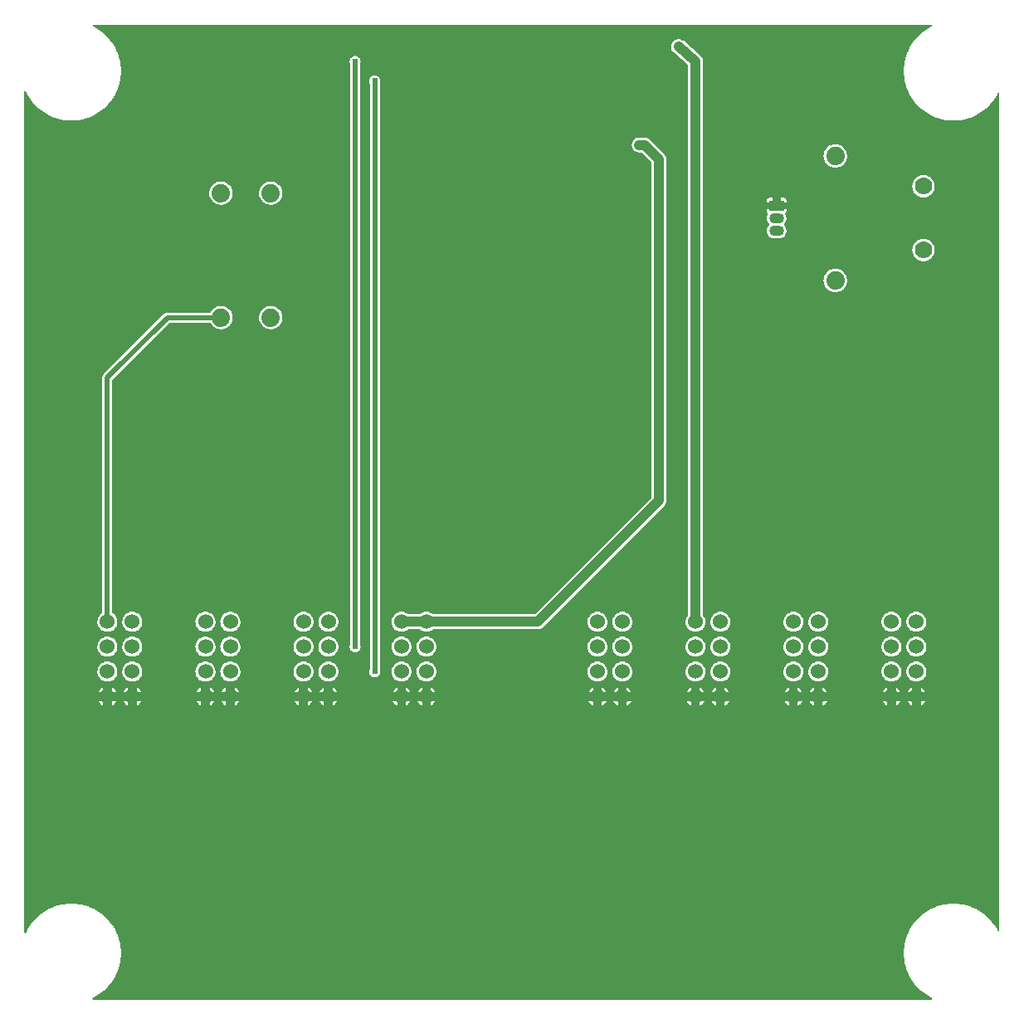
<source format=gbl>
G04 Layer: BottomLayer*
G04 EasyEDA v6.5.20, 2023-09-04 03:46:31*
G04 a67cddfb3fce44daa9051d46cbbcc19f,10*
G04 Gerber Generator version 0.2*
G04 Scale: 100 percent, Rotated: No, Reflected: No *
G04 Dimensions in millimeters *
G04 leading zeros omitted , absolute positions ,4 integer and 5 decimal *
%FSLAX45Y45*%
%MOMM*%

%ADD10C,1.0000*%
%ADD11C,0.5000*%
%ADD12C,1.8796*%
%ADD13C,1.7780*%
%ADD14R,1.5000X1.0700*%
%ADD15O,1.499997X1.0700004*%
%ADD16C,1.5240*%
%ADD17C,0.6096*%
%ADD18C,0.6100*%
%ADD19C,0.0111*%

%LPD*%
G36*
X731012Y25908D02*
G01*
X727202Y26670D01*
X723900Y28803D01*
X721715Y32004D01*
X720852Y35864D01*
X721512Y39674D01*
X723595Y43027D01*
X726744Y45313D01*
X730402Y46939D01*
X757834Y61722D01*
X784301Y78130D01*
X809701Y96164D01*
X833932Y115722D01*
X856945Y136702D01*
X878586Y159105D01*
X898804Y182778D01*
X917549Y207670D01*
X934719Y233629D01*
X950264Y260654D01*
X964082Y288544D01*
X976172Y317246D01*
X986485Y346659D01*
X994968Y376631D01*
X1001572Y407060D01*
X1006297Y437845D01*
X1009091Y468884D01*
X1010005Y499973D01*
X1009091Y531114D01*
X1006297Y562152D01*
X1001572Y592937D01*
X994968Y623366D01*
X986485Y653338D01*
X976172Y682752D01*
X964082Y711454D01*
X950264Y739343D01*
X934719Y766368D01*
X917549Y792327D01*
X898804Y817219D01*
X878586Y840892D01*
X856945Y863295D01*
X833932Y884275D01*
X809701Y903833D01*
X784301Y921867D01*
X757834Y938276D01*
X730402Y953058D01*
X702106Y966063D01*
X673049Y977341D01*
X643382Y986790D01*
X613156Y994410D01*
X582574Y1000150D01*
X551637Y1003960D01*
X520547Y1005890D01*
X489407Y1005890D01*
X458317Y1003960D01*
X427431Y1000150D01*
X396798Y994410D01*
X366623Y986790D01*
X336905Y977341D01*
X307898Y966063D01*
X279603Y953058D01*
X252171Y938276D01*
X225704Y921867D01*
X200304Y903833D01*
X176022Y884275D01*
X153060Y863295D01*
X131368Y840892D01*
X111150Y817219D01*
X92405Y792327D01*
X75234Y766368D01*
X59740Y739343D01*
X45872Y711454D01*
X43230Y707136D01*
X39928Y704951D01*
X36017Y704189D01*
X32156Y704951D01*
X28854Y707186D01*
X26670Y710438D01*
X25908Y714349D01*
X25908Y9285630D01*
X26670Y9289542D01*
X28854Y9292793D01*
X32156Y9295028D01*
X36017Y9295790D01*
X39928Y9295028D01*
X43230Y9292844D01*
X45872Y9288526D01*
X59740Y9260636D01*
X75234Y9233611D01*
X92405Y9207652D01*
X111150Y9182760D01*
X131368Y9159087D01*
X153060Y9136684D01*
X176022Y9115704D01*
X200304Y9096146D01*
X225704Y9078112D01*
X252171Y9061704D01*
X279603Y9046921D01*
X307898Y9033916D01*
X336905Y9022638D01*
X366623Y9013190D01*
X396798Y9005570D01*
X427431Y8999829D01*
X458317Y8996019D01*
X489407Y8994089D01*
X520547Y8994089D01*
X551637Y8996019D01*
X582574Y8999829D01*
X613156Y9005570D01*
X643382Y9013190D01*
X673049Y9022638D01*
X702106Y9033916D01*
X730402Y9046921D01*
X757834Y9061704D01*
X784301Y9078112D01*
X809701Y9096146D01*
X833932Y9115704D01*
X856945Y9136684D01*
X878586Y9159087D01*
X898804Y9182760D01*
X917549Y9207652D01*
X934719Y9233611D01*
X950264Y9260636D01*
X964082Y9288526D01*
X976172Y9317228D01*
X986485Y9346641D01*
X994968Y9376613D01*
X1001572Y9407042D01*
X1006297Y9437827D01*
X1009091Y9468866D01*
X1010005Y9499955D01*
X1009091Y9531096D01*
X1006297Y9562134D01*
X1001572Y9592919D01*
X994968Y9623348D01*
X986485Y9653320D01*
X976172Y9682734D01*
X964082Y9711436D01*
X950264Y9739325D01*
X934719Y9766350D01*
X917549Y9792309D01*
X898804Y9817201D01*
X878586Y9840874D01*
X856945Y9863277D01*
X833932Y9884257D01*
X809701Y9903815D01*
X784301Y9921849D01*
X757834Y9938258D01*
X730402Y9953040D01*
X726744Y9954717D01*
X723544Y9957003D01*
X721512Y9960305D01*
X720852Y9964166D01*
X721664Y9967976D01*
X723900Y9971176D01*
X727151Y9973360D01*
X731012Y9974072D01*
X9278975Y9974072D01*
X9282836Y9973360D01*
X9286087Y9971176D01*
X9288272Y9967976D01*
X9289135Y9964166D01*
X9288475Y9960305D01*
X9286392Y9957003D01*
X9283242Y9954717D01*
X9279585Y9953040D01*
X9252153Y9938258D01*
X9225686Y9921849D01*
X9200286Y9903815D01*
X9176004Y9884257D01*
X9153042Y9863277D01*
X9131350Y9840874D01*
X9111132Y9817201D01*
X9092387Y9792309D01*
X9075216Y9766350D01*
X9059722Y9739325D01*
X9045854Y9711436D01*
X9033764Y9682734D01*
X9023451Y9653320D01*
X9015018Y9623348D01*
X9008414Y9592919D01*
X9003690Y9562134D01*
X9000845Y9531096D01*
X8999982Y9500006D01*
X9000845Y9468866D01*
X9003690Y9437827D01*
X9008414Y9407042D01*
X9015018Y9376613D01*
X9023451Y9346641D01*
X9033764Y9317228D01*
X9045854Y9288526D01*
X9059722Y9260636D01*
X9075216Y9233611D01*
X9092387Y9207652D01*
X9111132Y9182760D01*
X9131350Y9159087D01*
X9153042Y9136684D01*
X9176004Y9115704D01*
X9200286Y9096146D01*
X9225686Y9078112D01*
X9252153Y9061704D01*
X9279585Y9046921D01*
X9307880Y9033916D01*
X9336887Y9022638D01*
X9366605Y9013190D01*
X9396780Y9005570D01*
X9427413Y8999829D01*
X9458299Y8996019D01*
X9489389Y8994089D01*
X9520529Y8994089D01*
X9551619Y8996019D01*
X9582556Y8999829D01*
X9613138Y9005570D01*
X9643364Y9013190D01*
X9673031Y9022638D01*
X9702088Y9033916D01*
X9730384Y9046921D01*
X9757816Y9061704D01*
X9784283Y9078112D01*
X9809683Y9096146D01*
X9833914Y9115704D01*
X9856927Y9136684D01*
X9878568Y9159087D01*
X9898786Y9182760D01*
X9917531Y9207652D01*
X9934702Y9233611D01*
X9950246Y9260636D01*
X9954818Y9269882D01*
X9957663Y9273336D01*
X9961727Y9275267D01*
X9966248Y9275216D01*
X9970312Y9273286D01*
X9973106Y9269730D01*
X9974072Y9265361D01*
X9974072Y734618D01*
X9973106Y730250D01*
X9970312Y726744D01*
X9966248Y724763D01*
X9961727Y724712D01*
X9957663Y726643D01*
X9954818Y730148D01*
X9950246Y739343D01*
X9934702Y766368D01*
X9917531Y792327D01*
X9898786Y817219D01*
X9878568Y840892D01*
X9856927Y863295D01*
X9833914Y884275D01*
X9809683Y903833D01*
X9784283Y921867D01*
X9757816Y938276D01*
X9730384Y953058D01*
X9702088Y966063D01*
X9673031Y977341D01*
X9643364Y986790D01*
X9613138Y994410D01*
X9582556Y1000150D01*
X9551619Y1003960D01*
X9520529Y1005890D01*
X9489389Y1005890D01*
X9458299Y1003960D01*
X9427413Y1000150D01*
X9396780Y994410D01*
X9366605Y986790D01*
X9336887Y977341D01*
X9307880Y966063D01*
X9279585Y953058D01*
X9252153Y938276D01*
X9225686Y921867D01*
X9200286Y903833D01*
X9176004Y884275D01*
X9153042Y863295D01*
X9131350Y840892D01*
X9111132Y817219D01*
X9092387Y792327D01*
X9075216Y766368D01*
X9059722Y739343D01*
X9045854Y711454D01*
X9033764Y682752D01*
X9023451Y653338D01*
X9015018Y623366D01*
X9008414Y592937D01*
X9003690Y562152D01*
X9000845Y531114D01*
X8999982Y500024D01*
X9000845Y468884D01*
X9003690Y437845D01*
X9008414Y407060D01*
X9015018Y376631D01*
X9023451Y346659D01*
X9033764Y317246D01*
X9045854Y288544D01*
X9059722Y260654D01*
X9075216Y233629D01*
X9092387Y207670D01*
X9111132Y182778D01*
X9131350Y159105D01*
X9153042Y136702D01*
X9176004Y115722D01*
X9200286Y96164D01*
X9225686Y78130D01*
X9252153Y61722D01*
X9279585Y46939D01*
X9283192Y45313D01*
X9286392Y43027D01*
X9288424Y39674D01*
X9289084Y35864D01*
X9288272Y32004D01*
X9286036Y28803D01*
X9282785Y26670D01*
X9278924Y25908D01*
G37*

%LPC*%
G36*
X2872994Y3270758D02*
G01*
X2886608Y3271672D01*
X2899968Y3274415D01*
X2912872Y3278886D01*
X2925013Y3285032D01*
X2936240Y3292754D01*
X2946400Y3301898D01*
X2955188Y3312312D01*
X2962503Y3323793D01*
X2968244Y3336188D01*
X2972308Y3349193D01*
X2974543Y3362655D01*
X2975000Y3376269D01*
X2973679Y3389833D01*
X2970479Y3403092D01*
X2965602Y3415842D01*
X2959049Y3427780D01*
X2950972Y3438753D01*
X2941472Y3448558D01*
X2930753Y3457041D01*
X2919018Y3464001D01*
X2906471Y3469284D01*
X2893314Y3472891D01*
X2879801Y3474720D01*
X2866186Y3474720D01*
X2852674Y3472891D01*
X2839516Y3469284D01*
X2826969Y3464001D01*
X2815234Y3457041D01*
X2804515Y3448558D01*
X2795016Y3438753D01*
X2786938Y3427780D01*
X2780385Y3415842D01*
X2775508Y3403092D01*
X2772308Y3389833D01*
X2770987Y3376269D01*
X2771444Y3362655D01*
X2773680Y3349193D01*
X2777744Y3336188D01*
X2783484Y3323793D01*
X2790799Y3312312D01*
X2799588Y3301898D01*
X2809748Y3292754D01*
X2820974Y3285032D01*
X2833116Y3278886D01*
X2846019Y3274415D01*
X2859379Y3271672D01*
G37*
G36*
X8292592Y8515350D02*
G01*
X8307374Y8515350D01*
X8322005Y8517178D01*
X8336330Y8520734D01*
X8350097Y8526068D01*
X8363102Y8533079D01*
X8375142Y8541613D01*
X8386064Y8551519D01*
X8395665Y8562746D01*
X8403793Y8575040D01*
X8410346Y8588248D01*
X8415274Y8602167D01*
X8418423Y8616594D01*
X8419795Y8631275D01*
X8419338Y8646058D01*
X8417052Y8660638D01*
X8413038Y8674811D01*
X8407298Y8688425D01*
X8399881Y8701176D01*
X8390991Y8712962D01*
X8380730Y8723579D01*
X8369249Y8732824D01*
X8356701Y8740597D01*
X8343290Y8746744D01*
X8329218Y8751214D01*
X8314690Y8753957D01*
X8300008Y8754872D01*
X8285276Y8753957D01*
X8270748Y8751214D01*
X8256676Y8746744D01*
X8243265Y8740597D01*
X8230717Y8732824D01*
X8219236Y8723579D01*
X8208975Y8712962D01*
X8200085Y8701176D01*
X8192668Y8688425D01*
X8186928Y8674811D01*
X8182914Y8660638D01*
X8180628Y8646058D01*
X8180171Y8631275D01*
X8181543Y8616594D01*
X8184692Y8602167D01*
X8189620Y8588248D01*
X8196173Y8575040D01*
X8204301Y8562746D01*
X8213953Y8551519D01*
X8224824Y8541613D01*
X8236864Y8533079D01*
X8249869Y8526068D01*
X8263636Y8520734D01*
X8277961Y8517178D01*
G37*
G36*
X7082536Y3027222D02*
G01*
X7082536Y3074416D01*
X7035342Y3074416D01*
X7037476Y3069793D01*
X7044791Y3058312D01*
X7053580Y3047898D01*
X7063740Y3038754D01*
X7074966Y3031032D01*
G37*
G36*
X6917436Y3027222D02*
G01*
X6925005Y3031032D01*
X6936231Y3038754D01*
X6946392Y3047898D01*
X6955180Y3058312D01*
X6962495Y3069793D01*
X6964629Y3074416D01*
X6917436Y3074416D01*
G37*
G36*
X4171442Y3027222D02*
G01*
X4179011Y3031032D01*
X4190237Y3038754D01*
X4200398Y3047898D01*
X4209186Y3058312D01*
X4216501Y3069793D01*
X4218635Y3074416D01*
X4171442Y3074416D01*
G37*
G36*
X3917442Y3027222D02*
G01*
X3925011Y3031032D01*
X3936237Y3038754D01*
X3946398Y3047898D01*
X3955186Y3058312D01*
X3962501Y3069793D01*
X3964635Y3074416D01*
X3917442Y3074416D01*
G37*
G36*
X6828536Y3027222D02*
G01*
X6828536Y3074416D01*
X6781342Y3074416D01*
X6783476Y3069793D01*
X6790791Y3058312D01*
X6799580Y3047898D01*
X6809740Y3038754D01*
X6820966Y3031032D01*
G37*
G36*
X7171436Y3027222D02*
G01*
X7179005Y3031032D01*
X7190231Y3038754D01*
X7200392Y3047898D01*
X7209180Y3058312D01*
X7216495Y3069793D01*
X7218629Y3074416D01*
X7171436Y3074416D01*
G37*
G36*
X3828542Y3027222D02*
G01*
X3828542Y3074416D01*
X3781348Y3074416D01*
X3783482Y3069793D01*
X3790797Y3058312D01*
X3799586Y3047898D01*
X3809746Y3038754D01*
X3820972Y3031032D01*
G37*
G36*
X8917432Y3027222D02*
G01*
X8925001Y3031032D01*
X8936228Y3038754D01*
X8946388Y3047898D01*
X8955176Y3058312D01*
X8962491Y3069793D01*
X8964625Y3074416D01*
X8917432Y3074416D01*
G37*
G36*
X2082546Y3027222D02*
G01*
X2082546Y3074416D01*
X2035352Y3074416D01*
X2037486Y3069793D01*
X2044801Y3058312D01*
X2053589Y3047898D01*
X2063750Y3038754D01*
X2074976Y3031032D01*
G37*
G36*
X9171432Y3027222D02*
G01*
X9179001Y3031032D01*
X9190228Y3038754D01*
X9200388Y3047898D01*
X9209176Y3058312D01*
X9216491Y3069793D01*
X9218625Y3074416D01*
X9171432Y3074416D01*
G37*
G36*
X4082542Y3027222D02*
G01*
X4082542Y3074416D01*
X4035348Y3074416D01*
X4037482Y3069793D01*
X4044797Y3058312D01*
X4053586Y3047898D01*
X4063746Y3038754D01*
X4074972Y3031032D01*
G37*
G36*
X8828532Y3027222D02*
G01*
X8828532Y3074416D01*
X8781338Y3074416D01*
X8783472Y3069793D01*
X8790787Y3058312D01*
X8799576Y3047898D01*
X8809736Y3038754D01*
X8820962Y3031032D01*
G37*
G36*
X2171446Y3027222D02*
G01*
X2179015Y3031032D01*
X2190242Y3038754D01*
X2200402Y3047898D01*
X2209190Y3058312D01*
X2216505Y3069793D01*
X2218639Y3074416D01*
X2171446Y3074416D01*
G37*
G36*
X9082532Y3027222D02*
G01*
X9082532Y3074416D01*
X9035338Y3074416D01*
X9037472Y3069793D01*
X9044787Y3058312D01*
X9053576Y3047898D01*
X9063736Y3038754D01*
X9074962Y3031032D01*
G37*
G36*
X1171448Y3027222D02*
G01*
X1179017Y3031032D01*
X1190244Y3038754D01*
X1200404Y3047898D01*
X1209192Y3058312D01*
X1216507Y3069793D01*
X1218641Y3074416D01*
X1171448Y3074416D01*
G37*
G36*
X828548Y3027222D02*
G01*
X828548Y3074416D01*
X781354Y3074416D01*
X783488Y3069793D01*
X790803Y3058312D01*
X799592Y3047898D01*
X809752Y3038754D01*
X820978Y3031032D01*
G37*
G36*
X1082548Y3027222D02*
G01*
X1082548Y3074416D01*
X1035354Y3074416D01*
X1037488Y3069793D01*
X1044803Y3058312D01*
X1053592Y3047898D01*
X1063752Y3038754D01*
X1074978Y3031032D01*
G37*
G36*
X1828546Y3027222D02*
G01*
X1828546Y3074416D01*
X1781352Y3074416D01*
X1783486Y3069793D01*
X1790801Y3058312D01*
X1799589Y3047898D01*
X1809750Y3038754D01*
X1820976Y3031032D01*
G37*
G36*
X917448Y3027222D02*
G01*
X925017Y3031032D01*
X936244Y3038754D01*
X946403Y3047898D01*
X955192Y3058312D01*
X962507Y3069793D01*
X964641Y3074416D01*
X917448Y3074416D01*
G37*
G36*
X1917446Y3027222D02*
G01*
X1925015Y3031032D01*
X1936242Y3038754D01*
X1946402Y3047898D01*
X1955190Y3058312D01*
X1962505Y3069793D01*
X1964639Y3074416D01*
X1917446Y3074416D01*
G37*
G36*
X5917438Y3027222D02*
G01*
X5925007Y3031032D01*
X5936234Y3038754D01*
X5946394Y3047898D01*
X5955182Y3058312D01*
X5962497Y3069793D01*
X5964631Y3074416D01*
X5917438Y3074416D01*
G37*
G36*
X5828538Y3027222D02*
G01*
X5828538Y3074416D01*
X5781344Y3074416D01*
X5783478Y3069793D01*
X5790793Y3058312D01*
X5799582Y3047898D01*
X5809742Y3038754D01*
X5820968Y3031032D01*
G37*
G36*
X2828544Y3027222D02*
G01*
X2828544Y3074416D01*
X2781350Y3074416D01*
X2783484Y3069793D01*
X2790799Y3058312D01*
X2799588Y3047898D01*
X2809748Y3038754D01*
X2820974Y3031032D01*
G37*
G36*
X3171444Y3027222D02*
G01*
X3179013Y3031032D01*
X3190240Y3038754D01*
X3200400Y3047898D01*
X3209188Y3058312D01*
X3216503Y3069793D01*
X3218637Y3074416D01*
X3171444Y3074416D01*
G37*
G36*
X6082538Y3027222D02*
G01*
X6082538Y3074416D01*
X6035344Y3074416D01*
X6037478Y3069793D01*
X6044793Y3058312D01*
X6053582Y3047898D01*
X6063742Y3038754D01*
X6074968Y3031032D01*
G37*
G36*
X7828534Y3027222D02*
G01*
X7828534Y3074416D01*
X7781340Y3074416D01*
X7783474Y3069793D01*
X7790789Y3058312D01*
X7799578Y3047898D01*
X7809738Y3038754D01*
X7820964Y3031032D01*
G37*
G36*
X2917444Y3027222D02*
G01*
X2925013Y3031032D01*
X2936240Y3038754D01*
X2946400Y3047898D01*
X2955188Y3058312D01*
X2962503Y3069793D01*
X2964637Y3074416D01*
X2917444Y3074416D01*
G37*
G36*
X8171434Y3027222D02*
G01*
X8179003Y3031032D01*
X8190230Y3038754D01*
X8200390Y3047898D01*
X8209178Y3058312D01*
X8216493Y3069793D01*
X8218627Y3074416D01*
X8171434Y3074416D01*
G37*
G36*
X6171438Y3027222D02*
G01*
X6179007Y3031032D01*
X6190234Y3038754D01*
X6200394Y3047898D01*
X6209182Y3058312D01*
X6216497Y3069793D01*
X6218631Y3074416D01*
X6171438Y3074416D01*
G37*
G36*
X8082534Y3027222D02*
G01*
X8082534Y3074416D01*
X8035340Y3074416D01*
X8037474Y3069793D01*
X8044789Y3058312D01*
X8053578Y3047898D01*
X8063738Y3038754D01*
X8074964Y3031032D01*
G37*
G36*
X3082544Y3027222D02*
G01*
X3082544Y3074416D01*
X3035350Y3074416D01*
X3037484Y3069793D01*
X3044799Y3058312D01*
X3053588Y3047898D01*
X3063748Y3038754D01*
X3074974Y3031032D01*
G37*
G36*
X7917434Y3027222D02*
G01*
X7925003Y3031032D01*
X7936230Y3038754D01*
X7946390Y3047898D01*
X7955178Y3058312D01*
X7962493Y3069793D01*
X7964627Y3074416D01*
X7917434Y3074416D01*
G37*
G36*
X3781196Y3163316D02*
G01*
X3828542Y3163316D01*
X3828542Y3210661D01*
X3826967Y3210001D01*
X3815232Y3203041D01*
X3804513Y3194558D01*
X3795014Y3184753D01*
X3786936Y3173780D01*
G37*
G36*
X6781190Y3163316D02*
G01*
X6828536Y3163316D01*
X6828536Y3210661D01*
X6826961Y3210001D01*
X6815226Y3203041D01*
X6804507Y3194558D01*
X6795008Y3184753D01*
X6786930Y3173780D01*
G37*
G36*
X3917442Y3163316D02*
G01*
X3964787Y3163316D01*
X3959047Y3173780D01*
X3950970Y3184753D01*
X3941470Y3194558D01*
X3930751Y3203041D01*
X3919016Y3210001D01*
X3917442Y3210661D01*
G37*
G36*
X7171436Y3163316D02*
G01*
X7218781Y3163316D01*
X7213041Y3173780D01*
X7204964Y3184753D01*
X7195464Y3194558D01*
X7184745Y3203041D01*
X7173010Y3210001D01*
X7171436Y3210661D01*
G37*
G36*
X4035196Y3163316D02*
G01*
X4082542Y3163316D01*
X4082542Y3210661D01*
X4080967Y3210001D01*
X4069232Y3203041D01*
X4058513Y3194558D01*
X4049014Y3184753D01*
X4040936Y3173780D01*
G37*
G36*
X6917436Y3163316D02*
G01*
X6964781Y3163316D01*
X6959041Y3173780D01*
X6950964Y3184753D01*
X6941464Y3194558D01*
X6930745Y3203041D01*
X6919010Y3210001D01*
X6917436Y3210661D01*
G37*
G36*
X2171446Y3163316D02*
G01*
X2218791Y3163316D01*
X2213051Y3173780D01*
X2204974Y3184753D01*
X2195474Y3194558D01*
X2184755Y3203041D01*
X2173020Y3210001D01*
X2171446Y3210661D01*
G37*
G36*
X4171442Y3163316D02*
G01*
X4218787Y3163316D01*
X4213047Y3173780D01*
X4204970Y3184753D01*
X4195470Y3194558D01*
X4184751Y3203041D01*
X4173016Y3210001D01*
X4171442Y3210661D01*
G37*
G36*
X2035200Y3163316D02*
G01*
X2082546Y3163316D01*
X2082546Y3210661D01*
X2080971Y3210001D01*
X2069236Y3203041D01*
X2058517Y3194558D01*
X2049018Y3184753D01*
X2040940Y3173780D01*
G37*
G36*
X9171432Y3163316D02*
G01*
X9218777Y3163316D01*
X9213037Y3173780D01*
X9204960Y3184753D01*
X9195460Y3194558D01*
X9184741Y3203041D01*
X9173006Y3210001D01*
X9171432Y3210661D01*
G37*
G36*
X7035190Y3163316D02*
G01*
X7082536Y3163316D01*
X7082536Y3210661D01*
X7080961Y3210001D01*
X7069226Y3203041D01*
X7058507Y3194558D01*
X7049008Y3184753D01*
X7040930Y3173780D01*
G37*
G36*
X8917432Y3163316D02*
G01*
X8964777Y3163316D01*
X8959037Y3173780D01*
X8950960Y3184753D01*
X8941460Y3194558D01*
X8930741Y3203041D01*
X8919006Y3210001D01*
X8917432Y3210661D01*
G37*
G36*
X8781186Y3163316D02*
G01*
X8828532Y3163316D01*
X8828532Y3210661D01*
X8826957Y3210001D01*
X8815222Y3203041D01*
X8804503Y3194558D01*
X8795004Y3184753D01*
X8786926Y3173780D01*
G37*
G36*
X9035186Y3163316D02*
G01*
X9082532Y3163316D01*
X9082532Y3210661D01*
X9080957Y3210001D01*
X9069222Y3203041D01*
X9058503Y3194558D01*
X9049004Y3184753D01*
X9040926Y3173780D01*
G37*
G36*
X1171448Y3163316D02*
G01*
X1218793Y3163316D01*
X1213053Y3173780D01*
X1204976Y3184753D01*
X1195476Y3194558D01*
X1184757Y3203041D01*
X1173022Y3210001D01*
X1171448Y3210661D01*
G37*
G36*
X781202Y3163316D02*
G01*
X828548Y3163316D01*
X828548Y3210661D01*
X826973Y3210001D01*
X815238Y3203041D01*
X804519Y3194558D01*
X795020Y3184753D01*
X786942Y3173780D01*
G37*
G36*
X1035202Y3163316D02*
G01*
X1082548Y3163316D01*
X1082548Y3210661D01*
X1080973Y3210001D01*
X1069238Y3203041D01*
X1058519Y3194558D01*
X1049020Y3184753D01*
X1040942Y3173780D01*
G37*
G36*
X1781200Y3163316D02*
G01*
X1828546Y3163316D01*
X1828546Y3210661D01*
X1826971Y3210001D01*
X1815236Y3203041D01*
X1804517Y3194558D01*
X1795018Y3184753D01*
X1786940Y3173780D01*
G37*
G36*
X917448Y3163316D02*
G01*
X964793Y3163316D01*
X959053Y3173780D01*
X950976Y3184753D01*
X941476Y3194558D01*
X930757Y3203041D01*
X919022Y3210001D01*
X917448Y3210661D01*
G37*
G36*
X1917446Y3163316D02*
G01*
X1964791Y3163316D01*
X1959051Y3173780D01*
X1950974Y3184753D01*
X1941474Y3194558D01*
X1930755Y3203041D01*
X1919020Y3210001D01*
X1917446Y3210661D01*
G37*
G36*
X5917438Y3163316D02*
G01*
X5964783Y3163316D01*
X5959043Y3173780D01*
X5950966Y3184753D01*
X5941466Y3194558D01*
X5930747Y3203041D01*
X5919012Y3210001D01*
X5917438Y3210661D01*
G37*
G36*
X3171444Y3163316D02*
G01*
X3218789Y3163316D01*
X3213049Y3173780D01*
X3204972Y3184753D01*
X3195472Y3194558D01*
X3184753Y3203041D01*
X3173018Y3210001D01*
X3171444Y3210661D01*
G37*
G36*
X2917444Y3163316D02*
G01*
X2964789Y3163316D01*
X2959049Y3173780D01*
X2950972Y3184753D01*
X2941472Y3194558D01*
X2930753Y3203041D01*
X2919018Y3210001D01*
X2917444Y3210661D01*
G37*
G36*
X6035192Y3163316D02*
G01*
X6082538Y3163316D01*
X6082538Y3210661D01*
X6080963Y3210001D01*
X6069228Y3203041D01*
X6058509Y3194558D01*
X6049010Y3184753D01*
X6040932Y3173780D01*
G37*
G36*
X3035198Y3163316D02*
G01*
X3082544Y3163316D01*
X3082544Y3210661D01*
X3080969Y3210001D01*
X3069234Y3203041D01*
X3058515Y3194558D01*
X3049016Y3184753D01*
X3040938Y3173780D01*
G37*
G36*
X8035188Y3163316D02*
G01*
X8082534Y3163316D01*
X8082534Y3210661D01*
X8080959Y3210001D01*
X8069224Y3203041D01*
X8058505Y3194558D01*
X8049006Y3184753D01*
X8040928Y3173780D01*
G37*
G36*
X6171438Y3163316D02*
G01*
X6218783Y3163316D01*
X6213043Y3173780D01*
X6204966Y3184753D01*
X6195466Y3194558D01*
X6184747Y3203041D01*
X6173012Y3210001D01*
X6171438Y3210661D01*
G37*
G36*
X7781188Y3163316D02*
G01*
X7828534Y3163316D01*
X7828534Y3210661D01*
X7826959Y3210001D01*
X7815224Y3203041D01*
X7804505Y3194558D01*
X7795006Y3184753D01*
X7786928Y3173780D01*
G37*
G36*
X2781198Y3163316D02*
G01*
X2828544Y3163316D01*
X2828544Y3210661D01*
X2826969Y3210001D01*
X2815234Y3203041D01*
X2804515Y3194558D01*
X2795016Y3184753D01*
X2786938Y3173780D01*
G37*
G36*
X7917434Y3163316D02*
G01*
X7964779Y3163316D01*
X7959039Y3173780D01*
X7950962Y3184753D01*
X7941462Y3194558D01*
X7930743Y3203041D01*
X7919008Y3210001D01*
X7917434Y3210661D01*
G37*
G36*
X5781192Y3163316D02*
G01*
X5828538Y3163316D01*
X5828538Y3210661D01*
X5826963Y3210001D01*
X5815228Y3203041D01*
X5804509Y3194558D01*
X5795010Y3184753D01*
X5786932Y3173780D01*
G37*
G36*
X8171434Y3163316D02*
G01*
X8218779Y3163316D01*
X8213039Y3173780D01*
X8204962Y3184753D01*
X8195462Y3194558D01*
X8184743Y3203041D01*
X8173008Y3210001D01*
X8171434Y3210661D01*
G37*
G36*
X9199981Y8210296D02*
G01*
X9214358Y8211210D01*
X9228531Y8213902D01*
X9242247Y8218373D01*
X9255302Y8224520D01*
X9267444Y8232241D01*
X9278569Y8241436D01*
X9288424Y8251952D01*
X9296908Y8263585D01*
X9303867Y8276234D01*
X9309150Y8289645D01*
X9312757Y8303615D01*
X9314535Y8317890D01*
X9314535Y8332317D01*
X9312757Y8346592D01*
X9309150Y8360562D01*
X9303867Y8373973D01*
X9296908Y8386622D01*
X9288424Y8398256D01*
X9278569Y8408771D01*
X9267444Y8417966D01*
X9255302Y8425688D01*
X9242247Y8431834D01*
X9228531Y8436305D01*
X9214358Y8438997D01*
X9199981Y8439912D01*
X9185605Y8438997D01*
X9171432Y8436305D01*
X9157716Y8431834D01*
X9144660Y8425688D01*
X9132519Y8417966D01*
X9121394Y8408771D01*
X9111538Y8398256D01*
X9103055Y8386622D01*
X9096095Y8373973D01*
X9090812Y8360562D01*
X9087205Y8346592D01*
X9085427Y8332317D01*
X9085427Y8317890D01*
X9087205Y8303615D01*
X9090812Y8289645D01*
X9096095Y8276234D01*
X9103055Y8263585D01*
X9111538Y8251952D01*
X9121394Y8241436D01*
X9132519Y8232241D01*
X9144660Y8224520D01*
X9157716Y8218373D01*
X9171432Y8213902D01*
X9185605Y8211210D01*
G37*
G36*
X4126992Y3270758D02*
G01*
X4140606Y3271672D01*
X4153966Y3274415D01*
X4166870Y3278886D01*
X4179011Y3285032D01*
X4190237Y3292754D01*
X4200398Y3301898D01*
X4209186Y3312312D01*
X4216501Y3323793D01*
X4222242Y3336188D01*
X4226306Y3349193D01*
X4228541Y3362655D01*
X4228998Y3376269D01*
X4227677Y3389833D01*
X4224477Y3403092D01*
X4219600Y3415842D01*
X4213047Y3427780D01*
X4204970Y3438753D01*
X4195470Y3448558D01*
X4184751Y3457041D01*
X4173016Y3464001D01*
X4160469Y3469284D01*
X4147312Y3472891D01*
X4133799Y3474720D01*
X4120184Y3474720D01*
X4106672Y3472891D01*
X4093514Y3469284D01*
X4080967Y3464001D01*
X4069232Y3457041D01*
X4058513Y3448558D01*
X4049014Y3438753D01*
X4040936Y3427780D01*
X4034383Y3415842D01*
X4029506Y3403092D01*
X4026306Y3389833D01*
X4024985Y3376269D01*
X4025442Y3362655D01*
X4027678Y3349193D01*
X4031742Y3336188D01*
X4037482Y3323793D01*
X4044797Y3312312D01*
X4053586Y3301898D01*
X4063746Y3292754D01*
X4074972Y3285032D01*
X4087114Y3278886D01*
X4100017Y3274415D01*
X4113377Y3271672D01*
G37*
G36*
X8126984Y3270758D02*
G01*
X8140598Y3271672D01*
X8153958Y3274415D01*
X8166862Y3278886D01*
X8179003Y3285032D01*
X8190230Y3292754D01*
X8200390Y3301898D01*
X8209178Y3312312D01*
X8216493Y3323793D01*
X8222234Y3336188D01*
X8226298Y3349193D01*
X8228533Y3362655D01*
X8228990Y3376269D01*
X8227669Y3389833D01*
X8224469Y3403092D01*
X8219592Y3415842D01*
X8213039Y3427780D01*
X8204962Y3438753D01*
X8195462Y3448558D01*
X8184743Y3457041D01*
X8173008Y3464001D01*
X8160461Y3469284D01*
X8147303Y3472891D01*
X8133791Y3474720D01*
X8120176Y3474720D01*
X8106664Y3472891D01*
X8093506Y3469284D01*
X8080959Y3464001D01*
X8069224Y3457041D01*
X8058505Y3448558D01*
X8049006Y3438753D01*
X8040928Y3427780D01*
X8034375Y3415842D01*
X8029498Y3403092D01*
X8026298Y3389833D01*
X8024977Y3376269D01*
X8025434Y3362655D01*
X8027670Y3349193D01*
X8031734Y3336188D01*
X8037474Y3323793D01*
X8044789Y3312312D01*
X8053578Y3301898D01*
X8063738Y3292754D01*
X8074964Y3285032D01*
X8087106Y3278886D01*
X8100009Y3274415D01*
X8113369Y3271672D01*
G37*
G36*
X8872982Y3270758D02*
G01*
X8886596Y3271672D01*
X8899956Y3274415D01*
X8912860Y3278886D01*
X8925001Y3285032D01*
X8936228Y3292754D01*
X8946388Y3301898D01*
X8955176Y3312312D01*
X8962491Y3323793D01*
X8968232Y3336188D01*
X8972296Y3349193D01*
X8974531Y3362655D01*
X8974988Y3376269D01*
X8973667Y3389833D01*
X8970467Y3403092D01*
X8965590Y3415842D01*
X8959037Y3427780D01*
X8950960Y3438753D01*
X8941460Y3448558D01*
X8930741Y3457041D01*
X8919006Y3464001D01*
X8906459Y3469284D01*
X8893302Y3472891D01*
X8879789Y3474720D01*
X8866174Y3474720D01*
X8852662Y3472891D01*
X8839504Y3469284D01*
X8826957Y3464001D01*
X8815222Y3457041D01*
X8804503Y3448558D01*
X8795004Y3438753D01*
X8786926Y3427780D01*
X8780373Y3415842D01*
X8775496Y3403092D01*
X8772296Y3389833D01*
X8770975Y3376269D01*
X8771432Y3362655D01*
X8773668Y3349193D01*
X8777732Y3336188D01*
X8783472Y3323793D01*
X8790787Y3312312D01*
X8799576Y3301898D01*
X8809736Y3292754D01*
X8820962Y3285032D01*
X8833104Y3278886D01*
X8846007Y3274415D01*
X8859367Y3271672D01*
G37*
G36*
X7126986Y3270758D02*
G01*
X7140600Y3271672D01*
X7153960Y3274415D01*
X7166864Y3278886D01*
X7179005Y3285032D01*
X7190231Y3292754D01*
X7200392Y3301898D01*
X7209180Y3312312D01*
X7216495Y3323793D01*
X7222236Y3336188D01*
X7226300Y3349193D01*
X7228535Y3362655D01*
X7228992Y3376269D01*
X7227671Y3389833D01*
X7224471Y3403092D01*
X7219594Y3415842D01*
X7213041Y3427780D01*
X7204964Y3438753D01*
X7195464Y3448558D01*
X7184745Y3457041D01*
X7173010Y3464001D01*
X7160463Y3469284D01*
X7147306Y3472891D01*
X7133793Y3474720D01*
X7120178Y3474720D01*
X7106666Y3472891D01*
X7093508Y3469284D01*
X7080961Y3464001D01*
X7069226Y3457041D01*
X7058507Y3448558D01*
X7049008Y3438753D01*
X7040930Y3427780D01*
X7034377Y3415842D01*
X7029500Y3403092D01*
X7026300Y3389833D01*
X7024979Y3376269D01*
X7025436Y3362655D01*
X7027672Y3349193D01*
X7031736Y3336188D01*
X7037476Y3323793D01*
X7044791Y3312312D01*
X7053580Y3301898D01*
X7063740Y3292754D01*
X7074966Y3285032D01*
X7087108Y3278886D01*
X7100011Y3274415D01*
X7113371Y3271672D01*
G37*
G36*
X3872992Y3270758D02*
G01*
X3886606Y3271672D01*
X3899966Y3274415D01*
X3912870Y3278886D01*
X3925011Y3285032D01*
X3936237Y3292754D01*
X3946398Y3301898D01*
X3955186Y3312312D01*
X3962501Y3323793D01*
X3968242Y3336188D01*
X3972306Y3349193D01*
X3974541Y3362655D01*
X3974998Y3376269D01*
X3973677Y3389833D01*
X3970477Y3403092D01*
X3965600Y3415842D01*
X3959047Y3427780D01*
X3950970Y3438753D01*
X3941470Y3448558D01*
X3930751Y3457041D01*
X3919016Y3464001D01*
X3906469Y3469284D01*
X3893312Y3472891D01*
X3879799Y3474720D01*
X3866184Y3474720D01*
X3852672Y3472891D01*
X3839514Y3469284D01*
X3826967Y3464001D01*
X3815232Y3457041D01*
X3804513Y3448558D01*
X3795014Y3438753D01*
X3786936Y3427780D01*
X3780383Y3415842D01*
X3775506Y3403092D01*
X3772306Y3389833D01*
X3770985Y3376269D01*
X3771442Y3362655D01*
X3773678Y3349193D01*
X3777742Y3336188D01*
X3783482Y3323793D01*
X3790797Y3312312D01*
X3799586Y3301898D01*
X3809746Y3292754D01*
X3820972Y3285032D01*
X3833114Y3278886D01*
X3846017Y3274415D01*
X3859377Y3271672D01*
G37*
G36*
X6126988Y3270758D02*
G01*
X6140602Y3271672D01*
X6153962Y3274415D01*
X6166866Y3278886D01*
X6179007Y3285032D01*
X6190234Y3292754D01*
X6200394Y3301898D01*
X6209182Y3312312D01*
X6216497Y3323793D01*
X6222238Y3336188D01*
X6226302Y3349193D01*
X6228537Y3362655D01*
X6228994Y3376269D01*
X6227673Y3389833D01*
X6224473Y3403092D01*
X6219596Y3415842D01*
X6213043Y3427780D01*
X6204966Y3438753D01*
X6195466Y3448558D01*
X6184747Y3457041D01*
X6173012Y3464001D01*
X6160465Y3469284D01*
X6147308Y3472891D01*
X6133795Y3474720D01*
X6120180Y3474720D01*
X6106668Y3472891D01*
X6093510Y3469284D01*
X6080963Y3464001D01*
X6069228Y3457041D01*
X6058509Y3448558D01*
X6049010Y3438753D01*
X6040932Y3427780D01*
X6034379Y3415842D01*
X6029502Y3403092D01*
X6026302Y3389833D01*
X6024981Y3376269D01*
X6025438Y3362655D01*
X6027674Y3349193D01*
X6031738Y3336188D01*
X6037478Y3323793D01*
X6044793Y3312312D01*
X6053582Y3301898D01*
X6063742Y3292754D01*
X6074968Y3285032D01*
X6087110Y3278886D01*
X6100013Y3274415D01*
X6113373Y3271672D01*
G37*
G36*
X3126994Y3270758D02*
G01*
X3140608Y3271672D01*
X3153968Y3274415D01*
X3166872Y3278886D01*
X3179013Y3285032D01*
X3190240Y3292754D01*
X3200400Y3301898D01*
X3209188Y3312312D01*
X3216503Y3323793D01*
X3222244Y3336188D01*
X3226308Y3349193D01*
X3228543Y3362655D01*
X3229000Y3376269D01*
X3227679Y3389833D01*
X3224479Y3403092D01*
X3219602Y3415842D01*
X3213049Y3427780D01*
X3204972Y3438753D01*
X3195472Y3448558D01*
X3184753Y3457041D01*
X3173018Y3464001D01*
X3160471Y3469284D01*
X3147314Y3472891D01*
X3133801Y3474720D01*
X3120186Y3474720D01*
X3106674Y3472891D01*
X3093516Y3469284D01*
X3080969Y3464001D01*
X3069234Y3457041D01*
X3058515Y3448558D01*
X3049016Y3438753D01*
X3040938Y3427780D01*
X3034385Y3415842D01*
X3029508Y3403092D01*
X3026308Y3389833D01*
X3024987Y3376269D01*
X3025444Y3362655D01*
X3027680Y3349193D01*
X3031744Y3336188D01*
X3037484Y3323793D01*
X3044799Y3312312D01*
X3053588Y3301898D01*
X3063748Y3292754D01*
X3074974Y3285032D01*
X3087116Y3278886D01*
X3100019Y3274415D01*
X3113379Y3271672D01*
G37*
G36*
X9126982Y3270758D02*
G01*
X9140596Y3271672D01*
X9153956Y3274415D01*
X9166860Y3278886D01*
X9179001Y3285032D01*
X9190228Y3292754D01*
X9200388Y3301898D01*
X9209176Y3312312D01*
X9216491Y3323793D01*
X9222232Y3336188D01*
X9226296Y3349193D01*
X9228531Y3362655D01*
X9228988Y3376269D01*
X9227667Y3389833D01*
X9224467Y3403092D01*
X9219590Y3415842D01*
X9213037Y3427780D01*
X9204960Y3438753D01*
X9195460Y3448558D01*
X9184741Y3457041D01*
X9173006Y3464001D01*
X9160459Y3469284D01*
X9147302Y3472891D01*
X9133789Y3474720D01*
X9120174Y3474720D01*
X9106662Y3472891D01*
X9093504Y3469284D01*
X9080957Y3464001D01*
X9069222Y3457041D01*
X9058503Y3448558D01*
X9049004Y3438753D01*
X9040926Y3427780D01*
X9034373Y3415842D01*
X9029496Y3403092D01*
X9026296Y3389833D01*
X9024975Y3376269D01*
X9025432Y3362655D01*
X9027668Y3349193D01*
X9031732Y3336188D01*
X9037472Y3323793D01*
X9044787Y3312312D01*
X9053576Y3301898D01*
X9063736Y3292754D01*
X9074962Y3285032D01*
X9087104Y3278886D01*
X9100007Y3274415D01*
X9113367Y3271672D01*
G37*
G36*
X5872988Y3270758D02*
G01*
X5886602Y3271672D01*
X5899962Y3274415D01*
X5912866Y3278886D01*
X5925007Y3285032D01*
X5936234Y3292754D01*
X5946394Y3301898D01*
X5955182Y3312312D01*
X5962497Y3323793D01*
X5968238Y3336188D01*
X5972302Y3349193D01*
X5974537Y3362655D01*
X5974994Y3376269D01*
X5973673Y3389833D01*
X5970473Y3403092D01*
X5965596Y3415842D01*
X5959043Y3427780D01*
X5950966Y3438753D01*
X5941466Y3448558D01*
X5930747Y3457041D01*
X5919012Y3464001D01*
X5906465Y3469284D01*
X5893308Y3472891D01*
X5879795Y3474720D01*
X5866180Y3474720D01*
X5852668Y3472891D01*
X5839510Y3469284D01*
X5826963Y3464001D01*
X5815228Y3457041D01*
X5804509Y3448558D01*
X5795010Y3438753D01*
X5786932Y3427780D01*
X5780379Y3415842D01*
X5775502Y3403092D01*
X5772302Y3389833D01*
X5770981Y3376269D01*
X5771438Y3362655D01*
X5773674Y3349193D01*
X5777738Y3336188D01*
X5783478Y3323793D01*
X5790793Y3312312D01*
X5799582Y3301898D01*
X5809742Y3292754D01*
X5820968Y3285032D01*
X5833110Y3278886D01*
X5846013Y3274415D01*
X5859373Y3271672D01*
G37*
G36*
X7872984Y3270758D02*
G01*
X7886598Y3271672D01*
X7899958Y3274415D01*
X7912862Y3278886D01*
X7925003Y3285032D01*
X7936230Y3292754D01*
X7946390Y3301898D01*
X7955178Y3312312D01*
X7962493Y3323793D01*
X7968234Y3336188D01*
X7972298Y3349193D01*
X7974533Y3362655D01*
X7974990Y3376269D01*
X7973669Y3389833D01*
X7970469Y3403092D01*
X7965592Y3415842D01*
X7959039Y3427780D01*
X7950962Y3438753D01*
X7941462Y3448558D01*
X7930743Y3457041D01*
X7919008Y3464001D01*
X7906461Y3469284D01*
X7893303Y3472891D01*
X7879791Y3474720D01*
X7866176Y3474720D01*
X7852664Y3472891D01*
X7839506Y3469284D01*
X7826959Y3464001D01*
X7815224Y3457041D01*
X7804505Y3448558D01*
X7795006Y3438753D01*
X7786928Y3427780D01*
X7780375Y3415842D01*
X7775498Y3403092D01*
X7772298Y3389833D01*
X7770977Y3376269D01*
X7771434Y3362655D01*
X7773670Y3349193D01*
X7777734Y3336188D01*
X7783474Y3323793D01*
X7790789Y3312312D01*
X7799578Y3301898D01*
X7809738Y3292754D01*
X7820964Y3285032D01*
X7833106Y3278886D01*
X7846009Y3274415D01*
X7859369Y3271672D01*
G37*
G36*
X2126996Y3270758D02*
G01*
X2140610Y3271672D01*
X2153970Y3274415D01*
X2166874Y3278886D01*
X2179015Y3285032D01*
X2190242Y3292754D01*
X2200402Y3301898D01*
X2209190Y3312312D01*
X2216505Y3323793D01*
X2222246Y3336188D01*
X2226310Y3349193D01*
X2228545Y3362655D01*
X2229002Y3376269D01*
X2227681Y3389833D01*
X2224481Y3403092D01*
X2219604Y3415842D01*
X2213051Y3427780D01*
X2204974Y3438753D01*
X2195474Y3448558D01*
X2184755Y3457041D01*
X2173020Y3464001D01*
X2160473Y3469284D01*
X2147316Y3472891D01*
X2133803Y3474720D01*
X2120188Y3474720D01*
X2106676Y3472891D01*
X2093518Y3469284D01*
X2080971Y3464001D01*
X2069236Y3457041D01*
X2058517Y3448558D01*
X2049018Y3438753D01*
X2040940Y3427780D01*
X2034387Y3415842D01*
X2029510Y3403092D01*
X2026310Y3389833D01*
X2024989Y3376269D01*
X2025446Y3362655D01*
X2027682Y3349193D01*
X2031746Y3336188D01*
X2037486Y3323793D01*
X2044801Y3312312D01*
X2053589Y3301898D01*
X2063750Y3292754D01*
X2074976Y3285032D01*
X2087118Y3278886D01*
X2100021Y3274415D01*
X2113381Y3271672D01*
G37*
G36*
X6872986Y3270758D02*
G01*
X6886600Y3271672D01*
X6899960Y3274415D01*
X6912864Y3278886D01*
X6925005Y3285032D01*
X6936231Y3292754D01*
X6946392Y3301898D01*
X6955180Y3312312D01*
X6962495Y3323793D01*
X6968236Y3336188D01*
X6972300Y3349193D01*
X6974535Y3362655D01*
X6974992Y3376269D01*
X6973671Y3389833D01*
X6970471Y3403092D01*
X6965594Y3415842D01*
X6959041Y3427780D01*
X6950964Y3438753D01*
X6941464Y3448558D01*
X6930745Y3457041D01*
X6919010Y3464001D01*
X6906463Y3469284D01*
X6893306Y3472891D01*
X6879793Y3474720D01*
X6866178Y3474720D01*
X6852666Y3472891D01*
X6839508Y3469284D01*
X6826961Y3464001D01*
X6815226Y3457041D01*
X6804507Y3448558D01*
X6795008Y3438753D01*
X6786930Y3427780D01*
X6780377Y3415842D01*
X6775500Y3403092D01*
X6772300Y3389833D01*
X6770979Y3376269D01*
X6771436Y3362655D01*
X6773672Y3349193D01*
X6777736Y3336188D01*
X6783476Y3323793D01*
X6790791Y3312312D01*
X6799580Y3301898D01*
X6809740Y3292754D01*
X6820966Y3285032D01*
X6833108Y3278886D01*
X6846011Y3274415D01*
X6859371Y3271672D01*
G37*
G36*
X1872996Y3270758D02*
G01*
X1886610Y3271672D01*
X1899970Y3274415D01*
X1912874Y3278886D01*
X1925015Y3285032D01*
X1936242Y3292754D01*
X1946402Y3301898D01*
X1955190Y3312312D01*
X1962505Y3323793D01*
X1968246Y3336188D01*
X1972310Y3349193D01*
X1974545Y3362655D01*
X1975002Y3376269D01*
X1973681Y3389833D01*
X1970481Y3403092D01*
X1965604Y3415842D01*
X1959051Y3427780D01*
X1950974Y3438753D01*
X1941474Y3448558D01*
X1930755Y3457041D01*
X1919020Y3464001D01*
X1906473Y3469284D01*
X1893316Y3472891D01*
X1879803Y3474720D01*
X1866188Y3474720D01*
X1852675Y3472891D01*
X1839518Y3469284D01*
X1826971Y3464001D01*
X1815236Y3457041D01*
X1804517Y3448558D01*
X1795018Y3438753D01*
X1786940Y3427780D01*
X1780387Y3415842D01*
X1775510Y3403092D01*
X1772310Y3389833D01*
X1770989Y3376269D01*
X1771446Y3362655D01*
X1773682Y3349193D01*
X1777746Y3336188D01*
X1783486Y3323793D01*
X1790801Y3312312D01*
X1799589Y3301898D01*
X1809750Y3292754D01*
X1820976Y3285032D01*
X1833118Y3278886D01*
X1846021Y3274415D01*
X1859381Y3271672D01*
G37*
G36*
X1126998Y3270758D02*
G01*
X1140612Y3271672D01*
X1153972Y3274415D01*
X1166876Y3278886D01*
X1179017Y3285032D01*
X1190244Y3292754D01*
X1200404Y3301898D01*
X1209192Y3312312D01*
X1216507Y3323793D01*
X1222248Y3336188D01*
X1226312Y3349193D01*
X1228547Y3362655D01*
X1229004Y3376269D01*
X1227683Y3389833D01*
X1224483Y3403092D01*
X1219606Y3415842D01*
X1213053Y3427780D01*
X1204976Y3438753D01*
X1195476Y3448558D01*
X1184757Y3457041D01*
X1173022Y3464001D01*
X1160475Y3469284D01*
X1147318Y3472891D01*
X1133805Y3474720D01*
X1120190Y3474720D01*
X1106678Y3472891D01*
X1093520Y3469284D01*
X1080973Y3464001D01*
X1069238Y3457041D01*
X1058519Y3448558D01*
X1049020Y3438753D01*
X1040942Y3427780D01*
X1034389Y3415842D01*
X1029512Y3403092D01*
X1026312Y3389833D01*
X1024991Y3376269D01*
X1025448Y3362655D01*
X1027684Y3349193D01*
X1031748Y3336188D01*
X1037488Y3323793D01*
X1044803Y3312312D01*
X1053592Y3301898D01*
X1063752Y3292754D01*
X1074978Y3285032D01*
X1087120Y3278886D01*
X1100023Y3274415D01*
X1113383Y3271672D01*
G37*
G36*
X872998Y3270758D02*
G01*
X886612Y3271672D01*
X899972Y3274415D01*
X912876Y3278886D01*
X925017Y3285032D01*
X936244Y3292754D01*
X946403Y3301898D01*
X955192Y3312312D01*
X962507Y3323793D01*
X968248Y3336188D01*
X972312Y3349193D01*
X974547Y3362655D01*
X975004Y3376269D01*
X973683Y3389833D01*
X970483Y3403092D01*
X965606Y3415842D01*
X959053Y3427780D01*
X950976Y3438753D01*
X941476Y3448558D01*
X930757Y3457041D01*
X919022Y3464001D01*
X906475Y3469284D01*
X893318Y3472891D01*
X879805Y3474720D01*
X866190Y3474720D01*
X852678Y3472891D01*
X839520Y3469284D01*
X826973Y3464001D01*
X815238Y3457041D01*
X804519Y3448558D01*
X795020Y3438753D01*
X786942Y3427780D01*
X780389Y3415842D01*
X775512Y3403092D01*
X772312Y3389833D01*
X770991Y3376269D01*
X771448Y3362655D01*
X773684Y3349193D01*
X777748Y3336188D01*
X783488Y3323793D01*
X790803Y3312312D01*
X799592Y3301898D01*
X809752Y3292754D01*
X820978Y3285032D01*
X833119Y3278886D01*
X846023Y3274415D01*
X859383Y3271672D01*
G37*
G36*
X3599992Y3316630D02*
G01*
X3609797Y3317494D01*
X3619246Y3320034D01*
X3628186Y3324199D01*
X3636213Y3329838D01*
X3643172Y3336747D01*
X3648811Y3344824D01*
X3652926Y3353714D01*
X3655466Y3363214D01*
X3656329Y3372967D01*
X3655466Y3382772D01*
X3652926Y3392271D01*
X3651859Y3394608D01*
X3650894Y3398875D01*
X3650894Y9374073D01*
X3651859Y9378391D01*
X3652926Y9380728D01*
X3655466Y9390176D01*
X3656329Y9399981D01*
X3655466Y9409785D01*
X3652926Y9419234D01*
X3648811Y9428175D01*
X3643172Y9436201D01*
X3636213Y9443161D01*
X3628186Y9448800D01*
X3619246Y9452914D01*
X3609797Y9455454D01*
X3599992Y9456318D01*
X3590188Y9455454D01*
X3580739Y9452914D01*
X3571798Y9448800D01*
X3563772Y9443161D01*
X3556812Y9436201D01*
X3551174Y9428175D01*
X3547059Y9419234D01*
X3544519Y9409785D01*
X3543655Y9399981D01*
X3544519Y9390176D01*
X3547059Y9380728D01*
X3548126Y9378391D01*
X3549091Y9374073D01*
X3549091Y3398875D01*
X3548126Y3394608D01*
X3547059Y3392271D01*
X3544519Y3382772D01*
X3543655Y3372967D01*
X3544519Y3363214D01*
X3547059Y3353714D01*
X3551174Y3344824D01*
X3556812Y3336747D01*
X3563772Y3329838D01*
X3571798Y3324199D01*
X3580739Y3320034D01*
X3590188Y3317494D01*
G37*
G36*
X4126992Y3524758D02*
G01*
X4140606Y3525672D01*
X4153966Y3528415D01*
X4166870Y3532886D01*
X4179011Y3539032D01*
X4190237Y3546754D01*
X4200398Y3555898D01*
X4209186Y3566312D01*
X4216501Y3577793D01*
X4222242Y3590188D01*
X4226306Y3603193D01*
X4228541Y3616655D01*
X4228998Y3630269D01*
X4227677Y3643833D01*
X4224477Y3657092D01*
X4219600Y3669842D01*
X4213047Y3681780D01*
X4204970Y3692753D01*
X4195470Y3702558D01*
X4184751Y3711041D01*
X4173016Y3718001D01*
X4160469Y3723284D01*
X4147312Y3726891D01*
X4133799Y3728720D01*
X4120184Y3728720D01*
X4106672Y3726891D01*
X4093514Y3723284D01*
X4080967Y3718001D01*
X4069232Y3711041D01*
X4058513Y3702558D01*
X4049014Y3692753D01*
X4040936Y3681780D01*
X4034383Y3669842D01*
X4029506Y3657092D01*
X4026306Y3643833D01*
X4024985Y3630269D01*
X4025442Y3616655D01*
X4027678Y3603193D01*
X4031742Y3590188D01*
X4037482Y3577793D01*
X4044797Y3566312D01*
X4053586Y3555898D01*
X4063746Y3546754D01*
X4074972Y3539032D01*
X4087114Y3532886D01*
X4100017Y3528415D01*
X4113377Y3525672D01*
G37*
G36*
X2872994Y3524758D02*
G01*
X2886608Y3525672D01*
X2899968Y3528415D01*
X2912872Y3532886D01*
X2925013Y3539032D01*
X2936240Y3546754D01*
X2946400Y3555898D01*
X2955188Y3566312D01*
X2962503Y3577793D01*
X2968244Y3590188D01*
X2972308Y3603193D01*
X2974543Y3616655D01*
X2975000Y3630269D01*
X2973679Y3643833D01*
X2970479Y3657092D01*
X2965602Y3669842D01*
X2959049Y3681780D01*
X2950972Y3692753D01*
X2941472Y3702558D01*
X2930753Y3711041D01*
X2919018Y3718001D01*
X2906471Y3723284D01*
X2893314Y3726891D01*
X2879801Y3728720D01*
X2866186Y3728720D01*
X2852674Y3726891D01*
X2839516Y3723284D01*
X2826969Y3718001D01*
X2815234Y3711041D01*
X2804515Y3702558D01*
X2795016Y3692753D01*
X2786938Y3681780D01*
X2780385Y3669842D01*
X2775508Y3657092D01*
X2772308Y3643833D01*
X2770987Y3630269D01*
X2771444Y3616655D01*
X2773680Y3603193D01*
X2777744Y3590188D01*
X2783484Y3577793D01*
X2790799Y3566312D01*
X2799588Y3555898D01*
X2809748Y3546754D01*
X2820974Y3539032D01*
X2833116Y3532886D01*
X2846019Y3528415D01*
X2859379Y3525672D01*
G37*
G36*
X8126984Y3524758D02*
G01*
X8140598Y3525672D01*
X8153958Y3528415D01*
X8166862Y3532886D01*
X8179003Y3539032D01*
X8190230Y3546754D01*
X8200390Y3555898D01*
X8209178Y3566312D01*
X8216493Y3577793D01*
X8222234Y3590188D01*
X8226298Y3603193D01*
X8228533Y3616655D01*
X8228990Y3630269D01*
X8227669Y3643833D01*
X8224469Y3657092D01*
X8219592Y3669842D01*
X8213039Y3681780D01*
X8204962Y3692753D01*
X8195462Y3702558D01*
X8184743Y3711041D01*
X8173008Y3718001D01*
X8160461Y3723284D01*
X8147303Y3726891D01*
X8133791Y3728720D01*
X8120176Y3728720D01*
X8106664Y3726891D01*
X8093506Y3723284D01*
X8080959Y3718001D01*
X8069224Y3711041D01*
X8058505Y3702558D01*
X8049006Y3692753D01*
X8040928Y3681780D01*
X8034375Y3669842D01*
X8029498Y3657092D01*
X8026298Y3643833D01*
X8024977Y3630269D01*
X8025434Y3616655D01*
X8027670Y3603193D01*
X8031734Y3590188D01*
X8037474Y3577793D01*
X8044789Y3566312D01*
X8053578Y3555898D01*
X8063738Y3546754D01*
X8074964Y3539032D01*
X8087106Y3532886D01*
X8100009Y3528415D01*
X8113369Y3525672D01*
G37*
G36*
X7126986Y3524758D02*
G01*
X7140600Y3525672D01*
X7153960Y3528415D01*
X7166864Y3532886D01*
X7179005Y3539032D01*
X7190231Y3546754D01*
X7200392Y3555898D01*
X7209180Y3566312D01*
X7216495Y3577793D01*
X7222236Y3590188D01*
X7226300Y3603193D01*
X7228535Y3616655D01*
X7228992Y3630269D01*
X7227671Y3643833D01*
X7224471Y3657092D01*
X7219594Y3669842D01*
X7213041Y3681780D01*
X7204964Y3692753D01*
X7195464Y3702558D01*
X7184745Y3711041D01*
X7173010Y3718001D01*
X7160463Y3723284D01*
X7147306Y3726891D01*
X7133793Y3728720D01*
X7120178Y3728720D01*
X7106666Y3726891D01*
X7093508Y3723284D01*
X7080961Y3718001D01*
X7069226Y3711041D01*
X7058507Y3702558D01*
X7049008Y3692753D01*
X7040930Y3681780D01*
X7034377Y3669842D01*
X7029500Y3657092D01*
X7026300Y3643833D01*
X7024979Y3630269D01*
X7025436Y3616655D01*
X7027672Y3603193D01*
X7031736Y3590188D01*
X7037476Y3577793D01*
X7044791Y3566312D01*
X7053580Y3555898D01*
X7063740Y3546754D01*
X7074966Y3539032D01*
X7087108Y3532886D01*
X7100011Y3528415D01*
X7113371Y3525672D01*
G37*
G36*
X6872986Y3524758D02*
G01*
X6886600Y3525672D01*
X6899960Y3528415D01*
X6912864Y3532886D01*
X6925005Y3539032D01*
X6936231Y3546754D01*
X6946392Y3555898D01*
X6955180Y3566312D01*
X6962495Y3577793D01*
X6968236Y3590188D01*
X6972300Y3603193D01*
X6974535Y3616655D01*
X6974992Y3630269D01*
X6973671Y3643833D01*
X6970471Y3657092D01*
X6965594Y3669842D01*
X6959041Y3681780D01*
X6950964Y3692753D01*
X6941464Y3702558D01*
X6930745Y3711041D01*
X6919010Y3718001D01*
X6906463Y3723284D01*
X6893306Y3726891D01*
X6879793Y3728720D01*
X6866178Y3728720D01*
X6852666Y3726891D01*
X6839508Y3723284D01*
X6826961Y3718001D01*
X6815226Y3711041D01*
X6804507Y3702558D01*
X6795008Y3692753D01*
X6786930Y3681780D01*
X6780377Y3669842D01*
X6775500Y3657092D01*
X6772300Y3643833D01*
X6770979Y3630269D01*
X6771436Y3616655D01*
X6773672Y3603193D01*
X6777736Y3590188D01*
X6783476Y3577793D01*
X6790791Y3566312D01*
X6799580Y3555898D01*
X6809740Y3546754D01*
X6820966Y3539032D01*
X6833108Y3532886D01*
X6846011Y3528415D01*
X6859371Y3525672D01*
G37*
G36*
X6126988Y3524758D02*
G01*
X6140602Y3525672D01*
X6153962Y3528415D01*
X6166866Y3532886D01*
X6179007Y3539032D01*
X6190234Y3546754D01*
X6200394Y3555898D01*
X6209182Y3566312D01*
X6216497Y3577793D01*
X6222238Y3590188D01*
X6226302Y3603193D01*
X6228537Y3616655D01*
X6228994Y3630269D01*
X6227673Y3643833D01*
X6224473Y3657092D01*
X6219596Y3669842D01*
X6213043Y3681780D01*
X6204966Y3692753D01*
X6195466Y3702558D01*
X6184747Y3711041D01*
X6173012Y3718001D01*
X6160465Y3723284D01*
X6147308Y3726891D01*
X6133795Y3728720D01*
X6120180Y3728720D01*
X6106668Y3726891D01*
X6093510Y3723284D01*
X6080963Y3718001D01*
X6069228Y3711041D01*
X6058509Y3702558D01*
X6049010Y3692753D01*
X6040932Y3681780D01*
X6034379Y3669842D01*
X6029502Y3657092D01*
X6026302Y3643833D01*
X6024981Y3630269D01*
X6025438Y3616655D01*
X6027674Y3603193D01*
X6031738Y3590188D01*
X6037478Y3577793D01*
X6044793Y3566312D01*
X6053582Y3555898D01*
X6063742Y3546754D01*
X6074968Y3539032D01*
X6087110Y3532886D01*
X6100013Y3528415D01*
X6113373Y3525672D01*
G37*
G36*
X3126994Y3524758D02*
G01*
X3140608Y3525672D01*
X3153968Y3528415D01*
X3166872Y3532886D01*
X3179013Y3539032D01*
X3190240Y3546754D01*
X3200400Y3555898D01*
X3209188Y3566312D01*
X3216503Y3577793D01*
X3222244Y3590188D01*
X3226308Y3603193D01*
X3228543Y3616655D01*
X3229000Y3630269D01*
X3227679Y3643833D01*
X3224479Y3657092D01*
X3219602Y3669842D01*
X3213049Y3681780D01*
X3204972Y3692753D01*
X3195472Y3702558D01*
X3184753Y3711041D01*
X3173018Y3718001D01*
X3160471Y3723284D01*
X3147314Y3726891D01*
X3133801Y3728720D01*
X3120186Y3728720D01*
X3106674Y3726891D01*
X3093516Y3723284D01*
X3080969Y3718001D01*
X3069234Y3711041D01*
X3058515Y3702558D01*
X3049016Y3692753D01*
X3040938Y3681780D01*
X3034385Y3669842D01*
X3029508Y3657092D01*
X3026308Y3643833D01*
X3024987Y3630269D01*
X3025444Y3616655D01*
X3027680Y3603193D01*
X3031744Y3590188D01*
X3037484Y3577793D01*
X3044799Y3566312D01*
X3053588Y3555898D01*
X3063748Y3546754D01*
X3074974Y3539032D01*
X3087116Y3532886D01*
X3100019Y3528415D01*
X3113379Y3525672D01*
G37*
G36*
X8872982Y3524758D02*
G01*
X8886596Y3525672D01*
X8899956Y3528415D01*
X8912860Y3532886D01*
X8925001Y3539032D01*
X8936228Y3546754D01*
X8946388Y3555898D01*
X8955176Y3566312D01*
X8962491Y3577793D01*
X8968232Y3590188D01*
X8972296Y3603193D01*
X8974531Y3616655D01*
X8974988Y3630269D01*
X8973667Y3643833D01*
X8970467Y3657092D01*
X8965590Y3669842D01*
X8959037Y3681780D01*
X8950960Y3692753D01*
X8941460Y3702558D01*
X8930741Y3711041D01*
X8919006Y3718001D01*
X8906459Y3723284D01*
X8893302Y3726891D01*
X8879789Y3728720D01*
X8866174Y3728720D01*
X8852662Y3726891D01*
X8839504Y3723284D01*
X8826957Y3718001D01*
X8815222Y3711041D01*
X8804503Y3702558D01*
X8795004Y3692753D01*
X8786926Y3681780D01*
X8780373Y3669842D01*
X8775496Y3657092D01*
X8772296Y3643833D01*
X8770975Y3630269D01*
X8771432Y3616655D01*
X8773668Y3603193D01*
X8777732Y3590188D01*
X8783472Y3577793D01*
X8790787Y3566312D01*
X8799576Y3555898D01*
X8809736Y3546754D01*
X8820962Y3539032D01*
X8833104Y3532886D01*
X8846007Y3528415D01*
X8859367Y3525672D01*
G37*
G36*
X7872984Y3524758D02*
G01*
X7886598Y3525672D01*
X7899958Y3528415D01*
X7912862Y3532886D01*
X7925003Y3539032D01*
X7936230Y3546754D01*
X7946390Y3555898D01*
X7955178Y3566312D01*
X7962493Y3577793D01*
X7968234Y3590188D01*
X7972298Y3603193D01*
X7974533Y3616655D01*
X7974990Y3630269D01*
X7973669Y3643833D01*
X7970469Y3657092D01*
X7965592Y3669842D01*
X7959039Y3681780D01*
X7950962Y3692753D01*
X7941462Y3702558D01*
X7930743Y3711041D01*
X7919008Y3718001D01*
X7906461Y3723284D01*
X7893303Y3726891D01*
X7879791Y3728720D01*
X7866176Y3728720D01*
X7852664Y3726891D01*
X7839506Y3723284D01*
X7826959Y3718001D01*
X7815224Y3711041D01*
X7804505Y3702558D01*
X7795006Y3692753D01*
X7786928Y3681780D01*
X7780375Y3669842D01*
X7775498Y3657092D01*
X7772298Y3643833D01*
X7770977Y3630269D01*
X7771434Y3616655D01*
X7773670Y3603193D01*
X7777734Y3590188D01*
X7783474Y3577793D01*
X7790789Y3566312D01*
X7799578Y3555898D01*
X7809738Y3546754D01*
X7820964Y3539032D01*
X7833106Y3532886D01*
X7846009Y3528415D01*
X7859369Y3525672D01*
G37*
G36*
X3872992Y3524758D02*
G01*
X3886606Y3525672D01*
X3899966Y3528415D01*
X3912870Y3532886D01*
X3925011Y3539032D01*
X3936237Y3546754D01*
X3946398Y3555898D01*
X3955186Y3566312D01*
X3962501Y3577793D01*
X3968242Y3590188D01*
X3972306Y3603193D01*
X3974541Y3616655D01*
X3974998Y3630269D01*
X3973677Y3643833D01*
X3970477Y3657092D01*
X3965600Y3669842D01*
X3959047Y3681780D01*
X3950970Y3692753D01*
X3941470Y3702558D01*
X3930751Y3711041D01*
X3919016Y3718001D01*
X3906469Y3723284D01*
X3893312Y3726891D01*
X3879799Y3728720D01*
X3866184Y3728720D01*
X3852672Y3726891D01*
X3839514Y3723284D01*
X3826967Y3718001D01*
X3815232Y3711041D01*
X3804513Y3702558D01*
X3795014Y3692753D01*
X3786936Y3681780D01*
X3780383Y3669842D01*
X3775506Y3657092D01*
X3772306Y3643833D01*
X3770985Y3630269D01*
X3771442Y3616655D01*
X3773678Y3603193D01*
X3777742Y3590188D01*
X3783482Y3577793D01*
X3790797Y3566312D01*
X3799586Y3555898D01*
X3809746Y3546754D01*
X3820972Y3539032D01*
X3833114Y3532886D01*
X3846017Y3528415D01*
X3859377Y3525672D01*
G37*
G36*
X5872988Y3524758D02*
G01*
X5886602Y3525672D01*
X5899962Y3528415D01*
X5912866Y3532886D01*
X5925007Y3539032D01*
X5936234Y3546754D01*
X5946394Y3555898D01*
X5955182Y3566312D01*
X5962497Y3577793D01*
X5968238Y3590188D01*
X5972302Y3603193D01*
X5974537Y3616655D01*
X5974994Y3630269D01*
X5973673Y3643833D01*
X5970473Y3657092D01*
X5965596Y3669842D01*
X5959043Y3681780D01*
X5950966Y3692753D01*
X5941466Y3702558D01*
X5930747Y3711041D01*
X5919012Y3718001D01*
X5906465Y3723284D01*
X5893308Y3726891D01*
X5879795Y3728720D01*
X5866180Y3728720D01*
X5852668Y3726891D01*
X5839510Y3723284D01*
X5826963Y3718001D01*
X5815228Y3711041D01*
X5804509Y3702558D01*
X5795010Y3692753D01*
X5786932Y3681780D01*
X5780379Y3669842D01*
X5775502Y3657092D01*
X5772302Y3643833D01*
X5770981Y3630269D01*
X5771438Y3616655D01*
X5773674Y3603193D01*
X5777738Y3590188D01*
X5783478Y3577793D01*
X5790793Y3566312D01*
X5799582Y3555898D01*
X5809742Y3546754D01*
X5820968Y3539032D01*
X5833110Y3532886D01*
X5846013Y3528415D01*
X5859373Y3525672D01*
G37*
G36*
X2126996Y3524758D02*
G01*
X2140610Y3525672D01*
X2153970Y3528415D01*
X2166874Y3532886D01*
X2179015Y3539032D01*
X2190242Y3546754D01*
X2200402Y3555898D01*
X2209190Y3566312D01*
X2216505Y3577793D01*
X2222246Y3590188D01*
X2226310Y3603193D01*
X2228545Y3616655D01*
X2229002Y3630269D01*
X2227681Y3643833D01*
X2224481Y3657092D01*
X2219604Y3669842D01*
X2213051Y3681780D01*
X2204974Y3692753D01*
X2195474Y3702558D01*
X2184755Y3711041D01*
X2173020Y3718001D01*
X2160473Y3723284D01*
X2147316Y3726891D01*
X2133803Y3728720D01*
X2120188Y3728720D01*
X2106676Y3726891D01*
X2093518Y3723284D01*
X2080971Y3718001D01*
X2069236Y3711041D01*
X2058517Y3702558D01*
X2049018Y3692753D01*
X2040940Y3681780D01*
X2034387Y3669842D01*
X2029510Y3657092D01*
X2026310Y3643833D01*
X2024989Y3630269D01*
X2025446Y3616655D01*
X2027682Y3603193D01*
X2031746Y3590188D01*
X2037486Y3577793D01*
X2044801Y3566312D01*
X2053589Y3555898D01*
X2063750Y3546754D01*
X2074976Y3539032D01*
X2087118Y3532886D01*
X2100021Y3528415D01*
X2113381Y3525672D01*
G37*
G36*
X9126982Y3524758D02*
G01*
X9140596Y3525672D01*
X9153956Y3528415D01*
X9166860Y3532886D01*
X9179001Y3539032D01*
X9190228Y3546754D01*
X9200388Y3555898D01*
X9209176Y3566312D01*
X9216491Y3577793D01*
X9222232Y3590188D01*
X9226296Y3603193D01*
X9228531Y3616655D01*
X9228988Y3630269D01*
X9227667Y3643833D01*
X9224467Y3657092D01*
X9219590Y3669842D01*
X9213037Y3681780D01*
X9204960Y3692753D01*
X9195460Y3702558D01*
X9184741Y3711041D01*
X9173006Y3718001D01*
X9160459Y3723284D01*
X9147302Y3726891D01*
X9133789Y3728720D01*
X9120174Y3728720D01*
X9106662Y3726891D01*
X9093504Y3723284D01*
X9080957Y3718001D01*
X9069222Y3711041D01*
X9058503Y3702558D01*
X9049004Y3692753D01*
X9040926Y3681780D01*
X9034373Y3669842D01*
X9029496Y3657092D01*
X9026296Y3643833D01*
X9024975Y3630269D01*
X9025432Y3616655D01*
X9027668Y3603193D01*
X9031732Y3590188D01*
X9037472Y3577793D01*
X9044787Y3566312D01*
X9053576Y3555898D01*
X9063736Y3546754D01*
X9074962Y3539032D01*
X9087104Y3532886D01*
X9100007Y3528415D01*
X9113367Y3525672D01*
G37*
G36*
X1872996Y3524758D02*
G01*
X1886610Y3525672D01*
X1899970Y3528415D01*
X1912874Y3532886D01*
X1925015Y3539032D01*
X1936242Y3546754D01*
X1946402Y3555898D01*
X1955190Y3566312D01*
X1962505Y3577793D01*
X1968246Y3590188D01*
X1972310Y3603193D01*
X1974545Y3616655D01*
X1975002Y3630269D01*
X1973681Y3643833D01*
X1970481Y3657092D01*
X1965604Y3669842D01*
X1959051Y3681780D01*
X1950974Y3692753D01*
X1941474Y3702558D01*
X1930755Y3711041D01*
X1919020Y3718001D01*
X1906473Y3723284D01*
X1893316Y3726891D01*
X1879803Y3728720D01*
X1866188Y3728720D01*
X1852675Y3726891D01*
X1839518Y3723284D01*
X1826971Y3718001D01*
X1815236Y3711041D01*
X1804517Y3702558D01*
X1795018Y3692753D01*
X1786940Y3681780D01*
X1780387Y3669842D01*
X1775510Y3657092D01*
X1772310Y3643833D01*
X1770989Y3630269D01*
X1771446Y3616655D01*
X1773682Y3603193D01*
X1777746Y3590188D01*
X1783486Y3577793D01*
X1790801Y3566312D01*
X1799589Y3555898D01*
X1809750Y3546754D01*
X1820976Y3539032D01*
X1833118Y3532886D01*
X1846021Y3528415D01*
X1859381Y3525672D01*
G37*
G36*
X1126998Y3524758D02*
G01*
X1140612Y3525672D01*
X1153972Y3528415D01*
X1166876Y3532886D01*
X1179017Y3539032D01*
X1190244Y3546754D01*
X1200404Y3555898D01*
X1209192Y3566312D01*
X1216507Y3577793D01*
X1222248Y3590188D01*
X1226312Y3603193D01*
X1228547Y3616655D01*
X1229004Y3630269D01*
X1227683Y3643833D01*
X1224483Y3657092D01*
X1219606Y3669842D01*
X1213053Y3681780D01*
X1204976Y3692753D01*
X1195476Y3702558D01*
X1184757Y3711041D01*
X1173022Y3718001D01*
X1160475Y3723284D01*
X1147318Y3726891D01*
X1133805Y3728720D01*
X1120190Y3728720D01*
X1106678Y3726891D01*
X1093520Y3723284D01*
X1080973Y3718001D01*
X1069238Y3711041D01*
X1058519Y3702558D01*
X1049020Y3692753D01*
X1040942Y3681780D01*
X1034389Y3669842D01*
X1029512Y3657092D01*
X1026312Y3643833D01*
X1024991Y3630269D01*
X1025448Y3616655D01*
X1027684Y3603193D01*
X1031748Y3590188D01*
X1037488Y3577793D01*
X1044803Y3566312D01*
X1053592Y3555898D01*
X1063752Y3546754D01*
X1074978Y3539032D01*
X1087120Y3532886D01*
X1100023Y3528415D01*
X1113383Y3525672D01*
G37*
G36*
X872998Y3524758D02*
G01*
X886612Y3525672D01*
X899972Y3528415D01*
X912876Y3532886D01*
X925017Y3539032D01*
X936244Y3546754D01*
X946403Y3555898D01*
X955192Y3566312D01*
X962507Y3577793D01*
X968248Y3590188D01*
X972312Y3603193D01*
X974547Y3616655D01*
X975004Y3630269D01*
X973683Y3643833D01*
X970483Y3657092D01*
X965606Y3669842D01*
X959053Y3681780D01*
X950976Y3692753D01*
X941476Y3702558D01*
X930757Y3711041D01*
X919022Y3718001D01*
X906475Y3723284D01*
X893318Y3726891D01*
X879805Y3728720D01*
X866190Y3728720D01*
X852678Y3726891D01*
X839520Y3723284D01*
X826973Y3718001D01*
X815238Y3711041D01*
X804519Y3702558D01*
X795020Y3692753D01*
X786942Y3681780D01*
X780389Y3669842D01*
X775512Y3657092D01*
X772312Y3643833D01*
X770991Y3630269D01*
X771448Y3616655D01*
X773684Y3603193D01*
X777748Y3590188D01*
X783488Y3577793D01*
X790803Y3566312D01*
X799592Y3555898D01*
X809752Y3546754D01*
X820978Y3539032D01*
X833119Y3532886D01*
X846023Y3528415D01*
X859383Y3525672D01*
G37*
G36*
X3399993Y3570630D02*
G01*
X3409797Y3571494D01*
X3419246Y3574034D01*
X3428187Y3578199D01*
X3436213Y3583838D01*
X3443173Y3590747D01*
X3448812Y3598824D01*
X3452926Y3607714D01*
X3455466Y3617214D01*
X3456330Y3626967D01*
X3455466Y3636772D01*
X3452926Y3646271D01*
X3451860Y3648608D01*
X3450894Y3652875D01*
X3450894Y9574072D01*
X3451860Y9578390D01*
X3452926Y9580727D01*
X3455466Y9590176D01*
X3456330Y9599980D01*
X3455466Y9609785D01*
X3452926Y9619234D01*
X3448812Y9628174D01*
X3443173Y9636201D01*
X3436213Y9643160D01*
X3428187Y9648799D01*
X3419246Y9652914D01*
X3409797Y9655454D01*
X3399993Y9656318D01*
X3390188Y9655454D01*
X3380740Y9652914D01*
X3371799Y9648799D01*
X3363772Y9643160D01*
X3356813Y9636201D01*
X3351174Y9628174D01*
X3347059Y9619234D01*
X3344519Y9609785D01*
X3343656Y9599980D01*
X3344519Y9590176D01*
X3347059Y9580727D01*
X3348126Y9578390D01*
X3349091Y9574072D01*
X3349091Y3652875D01*
X3348126Y3648608D01*
X3347059Y3646271D01*
X3344519Y3636772D01*
X3343656Y3626967D01*
X3344519Y3617214D01*
X3347059Y3607714D01*
X3351174Y3598824D01*
X3356813Y3590747D01*
X3363772Y3583838D01*
X3371799Y3578199D01*
X3380740Y3574034D01*
X3390188Y3571494D01*
G37*
G36*
X2872994Y3778758D02*
G01*
X2886608Y3779672D01*
X2899968Y3782415D01*
X2912872Y3786886D01*
X2925013Y3793032D01*
X2936240Y3800754D01*
X2946400Y3809898D01*
X2955188Y3820312D01*
X2962503Y3831793D01*
X2968244Y3844188D01*
X2972308Y3857193D01*
X2974543Y3870655D01*
X2975000Y3884269D01*
X2973679Y3897833D01*
X2970479Y3911092D01*
X2965602Y3923842D01*
X2959049Y3935780D01*
X2950972Y3946753D01*
X2941472Y3956558D01*
X2930753Y3965041D01*
X2919018Y3972001D01*
X2906471Y3977284D01*
X2893314Y3980891D01*
X2879801Y3982720D01*
X2866186Y3982720D01*
X2852674Y3980891D01*
X2839516Y3977284D01*
X2826969Y3972001D01*
X2815234Y3965041D01*
X2804515Y3956558D01*
X2795016Y3946753D01*
X2786938Y3935780D01*
X2780385Y3923842D01*
X2775508Y3911092D01*
X2772308Y3897833D01*
X2770987Y3884269D01*
X2771444Y3870655D01*
X2773680Y3857193D01*
X2777744Y3844188D01*
X2783484Y3831793D01*
X2790799Y3820312D01*
X2799588Y3809898D01*
X2809748Y3800754D01*
X2820974Y3793032D01*
X2833116Y3786886D01*
X2846019Y3782415D01*
X2859379Y3779672D01*
G37*
G36*
X5872988Y3778758D02*
G01*
X5886602Y3779672D01*
X5899962Y3782415D01*
X5912866Y3786886D01*
X5925007Y3793032D01*
X5936234Y3800754D01*
X5946394Y3809898D01*
X5955182Y3820312D01*
X5962497Y3831793D01*
X5968238Y3844188D01*
X5972302Y3857193D01*
X5974537Y3870655D01*
X5974994Y3884269D01*
X5973673Y3897833D01*
X5970473Y3911092D01*
X5965596Y3923842D01*
X5959043Y3935780D01*
X5950966Y3946753D01*
X5941466Y3956558D01*
X5930747Y3965041D01*
X5919012Y3972001D01*
X5906465Y3977284D01*
X5893308Y3980891D01*
X5879795Y3982720D01*
X5866180Y3982720D01*
X5852668Y3980891D01*
X5839510Y3977284D01*
X5826963Y3972001D01*
X5815228Y3965041D01*
X5804509Y3956558D01*
X5795010Y3946753D01*
X5786932Y3935780D01*
X5780379Y3923842D01*
X5775502Y3911092D01*
X5772302Y3897833D01*
X5770981Y3884269D01*
X5771438Y3870655D01*
X5773674Y3857193D01*
X5777738Y3844188D01*
X5783478Y3831793D01*
X5790793Y3820312D01*
X5799582Y3809898D01*
X5809742Y3800754D01*
X5820968Y3793032D01*
X5833110Y3786886D01*
X5846013Y3782415D01*
X5859373Y3779672D01*
G37*
G36*
X8126984Y3778758D02*
G01*
X8140598Y3779672D01*
X8153958Y3782415D01*
X8166862Y3786886D01*
X8179003Y3793032D01*
X8190230Y3800754D01*
X8200390Y3809898D01*
X8209178Y3820312D01*
X8216493Y3831793D01*
X8222234Y3844188D01*
X8226298Y3857193D01*
X8228533Y3870655D01*
X8228990Y3884269D01*
X8227669Y3897833D01*
X8224469Y3911092D01*
X8219592Y3923842D01*
X8213039Y3935780D01*
X8204962Y3946753D01*
X8195462Y3956558D01*
X8184743Y3965041D01*
X8173008Y3972001D01*
X8160461Y3977284D01*
X8147303Y3980891D01*
X8133791Y3982720D01*
X8120176Y3982720D01*
X8106664Y3980891D01*
X8093506Y3977284D01*
X8080959Y3972001D01*
X8069224Y3965041D01*
X8058505Y3956558D01*
X8049006Y3946753D01*
X8040928Y3935780D01*
X8034375Y3923842D01*
X8029498Y3911092D01*
X8026298Y3897833D01*
X8024977Y3884269D01*
X8025434Y3870655D01*
X8027670Y3857193D01*
X8031734Y3844188D01*
X8037474Y3831793D01*
X8044789Y3820312D01*
X8053578Y3809898D01*
X8063738Y3800754D01*
X8074964Y3793032D01*
X8087106Y3786886D01*
X8100009Y3782415D01*
X8113369Y3779672D01*
G37*
G36*
X7872984Y3778758D02*
G01*
X7886598Y3779672D01*
X7899958Y3782415D01*
X7912862Y3786886D01*
X7925003Y3793032D01*
X7936230Y3800754D01*
X7946390Y3809898D01*
X7955178Y3820312D01*
X7962493Y3831793D01*
X7968234Y3844188D01*
X7972298Y3857193D01*
X7974533Y3870655D01*
X7974990Y3884269D01*
X7973669Y3897833D01*
X7970469Y3911092D01*
X7965592Y3923842D01*
X7959039Y3935780D01*
X7950962Y3946753D01*
X7941462Y3956558D01*
X7930743Y3965041D01*
X7919008Y3972001D01*
X7906461Y3977284D01*
X7893303Y3980891D01*
X7879791Y3982720D01*
X7866176Y3982720D01*
X7852664Y3980891D01*
X7839506Y3977284D01*
X7826959Y3972001D01*
X7815224Y3965041D01*
X7804505Y3956558D01*
X7795006Y3946753D01*
X7786928Y3935780D01*
X7780375Y3923842D01*
X7775498Y3911092D01*
X7772298Y3897833D01*
X7770977Y3884269D01*
X7771434Y3870655D01*
X7773670Y3857193D01*
X7777734Y3844188D01*
X7783474Y3831793D01*
X7790789Y3820312D01*
X7799578Y3809898D01*
X7809738Y3800754D01*
X7820964Y3793032D01*
X7833106Y3786886D01*
X7846009Y3782415D01*
X7859369Y3779672D01*
G37*
G36*
X3126994Y3778758D02*
G01*
X3140608Y3779672D01*
X3153968Y3782415D01*
X3166872Y3786886D01*
X3179013Y3793032D01*
X3190240Y3800754D01*
X3200400Y3809898D01*
X3209188Y3820312D01*
X3216503Y3831793D01*
X3222244Y3844188D01*
X3226308Y3857193D01*
X3228543Y3870655D01*
X3229000Y3884269D01*
X3227679Y3897833D01*
X3224479Y3911092D01*
X3219602Y3923842D01*
X3213049Y3935780D01*
X3204972Y3946753D01*
X3195472Y3956558D01*
X3184753Y3965041D01*
X3173018Y3972001D01*
X3160471Y3977284D01*
X3147314Y3980891D01*
X3133801Y3982720D01*
X3120186Y3982720D01*
X3106674Y3980891D01*
X3093516Y3977284D01*
X3080969Y3972001D01*
X3069234Y3965041D01*
X3058515Y3956558D01*
X3049016Y3946753D01*
X3040938Y3935780D01*
X3034385Y3923842D01*
X3029508Y3911092D01*
X3026308Y3897833D01*
X3024987Y3884269D01*
X3025444Y3870655D01*
X3027680Y3857193D01*
X3031744Y3844188D01*
X3037484Y3831793D01*
X3044799Y3820312D01*
X3053588Y3809898D01*
X3063748Y3800754D01*
X3074974Y3793032D01*
X3087116Y3786886D01*
X3100019Y3782415D01*
X3113379Y3779672D01*
G37*
G36*
X2126996Y3778758D02*
G01*
X2140610Y3779672D01*
X2153970Y3782415D01*
X2166874Y3786886D01*
X2179015Y3793032D01*
X2190242Y3800754D01*
X2200402Y3809898D01*
X2209190Y3820312D01*
X2216505Y3831793D01*
X2222246Y3844188D01*
X2226310Y3857193D01*
X2228545Y3870655D01*
X2229002Y3884269D01*
X2227681Y3897833D01*
X2224481Y3911092D01*
X2219604Y3923842D01*
X2213051Y3935780D01*
X2204974Y3946753D01*
X2195474Y3956558D01*
X2184755Y3965041D01*
X2173020Y3972001D01*
X2160473Y3977284D01*
X2147316Y3980891D01*
X2133803Y3982720D01*
X2120188Y3982720D01*
X2106676Y3980891D01*
X2093518Y3977284D01*
X2080971Y3972001D01*
X2069236Y3965041D01*
X2058517Y3956558D01*
X2049018Y3946753D01*
X2040940Y3935780D01*
X2034387Y3923842D01*
X2029510Y3911092D01*
X2026310Y3897833D01*
X2024989Y3884269D01*
X2025446Y3870655D01*
X2027682Y3857193D01*
X2031746Y3844188D01*
X2037486Y3831793D01*
X2044801Y3820312D01*
X2053589Y3809898D01*
X2063750Y3800754D01*
X2074976Y3793032D01*
X2087118Y3786886D01*
X2100021Y3782415D01*
X2113381Y3779672D01*
G37*
G36*
X8872982Y3778758D02*
G01*
X8886596Y3779672D01*
X8899956Y3782415D01*
X8912860Y3786886D01*
X8925001Y3793032D01*
X8936228Y3800754D01*
X8946388Y3809898D01*
X8955176Y3820312D01*
X8962491Y3831793D01*
X8968232Y3844188D01*
X8972296Y3857193D01*
X8974531Y3870655D01*
X8974988Y3884269D01*
X8973667Y3897833D01*
X8970467Y3911092D01*
X8965590Y3923842D01*
X8959037Y3935780D01*
X8950960Y3946753D01*
X8941460Y3956558D01*
X8930741Y3965041D01*
X8919006Y3972001D01*
X8906459Y3977284D01*
X8893302Y3980891D01*
X8879789Y3982720D01*
X8866174Y3982720D01*
X8852662Y3980891D01*
X8839504Y3977284D01*
X8826957Y3972001D01*
X8815222Y3965041D01*
X8804503Y3956558D01*
X8795004Y3946753D01*
X8786926Y3935780D01*
X8780373Y3923842D01*
X8775496Y3911092D01*
X8772296Y3897833D01*
X8770975Y3884269D01*
X8771432Y3870655D01*
X8773668Y3857193D01*
X8777732Y3844188D01*
X8783472Y3831793D01*
X8790787Y3820312D01*
X8799576Y3809898D01*
X8809736Y3800754D01*
X8820962Y3793032D01*
X8833104Y3786886D01*
X8846007Y3782415D01*
X8859367Y3779672D01*
G37*
G36*
X7126986Y3778758D02*
G01*
X7140600Y3779672D01*
X7153960Y3782415D01*
X7166864Y3786886D01*
X7179005Y3793032D01*
X7190231Y3800754D01*
X7200392Y3809898D01*
X7209180Y3820312D01*
X7216495Y3831793D01*
X7222236Y3844188D01*
X7226300Y3857193D01*
X7228535Y3870655D01*
X7228992Y3884269D01*
X7227671Y3897833D01*
X7224471Y3911092D01*
X7219594Y3923842D01*
X7213041Y3935780D01*
X7204964Y3946753D01*
X7195464Y3956558D01*
X7184745Y3965041D01*
X7173010Y3972001D01*
X7160463Y3977284D01*
X7147306Y3980891D01*
X7133793Y3982720D01*
X7120178Y3982720D01*
X7106666Y3980891D01*
X7093508Y3977284D01*
X7080961Y3972001D01*
X7069226Y3965041D01*
X7058507Y3956558D01*
X7049008Y3946753D01*
X7040930Y3935780D01*
X7034377Y3923842D01*
X7029500Y3911092D01*
X7026300Y3897833D01*
X7024979Y3884269D01*
X7025436Y3870655D01*
X7027672Y3857193D01*
X7031736Y3844188D01*
X7037476Y3831793D01*
X7044791Y3820312D01*
X7053580Y3809898D01*
X7063740Y3800754D01*
X7074966Y3793032D01*
X7087108Y3786886D01*
X7100011Y3782415D01*
X7113371Y3779672D01*
G37*
G36*
X6126988Y3778758D02*
G01*
X6140602Y3779672D01*
X6153962Y3782415D01*
X6166866Y3786886D01*
X6179007Y3793032D01*
X6190234Y3800754D01*
X6200394Y3809898D01*
X6209182Y3820312D01*
X6216497Y3831793D01*
X6222238Y3844188D01*
X6226302Y3857193D01*
X6228537Y3870655D01*
X6228994Y3884269D01*
X6227673Y3897833D01*
X6224473Y3911092D01*
X6219596Y3923842D01*
X6213043Y3935780D01*
X6204966Y3946753D01*
X6195466Y3956558D01*
X6184747Y3965041D01*
X6173012Y3972001D01*
X6160465Y3977284D01*
X6147308Y3980891D01*
X6133795Y3982720D01*
X6120180Y3982720D01*
X6106668Y3980891D01*
X6093510Y3977284D01*
X6080963Y3972001D01*
X6069228Y3965041D01*
X6058509Y3956558D01*
X6049010Y3946753D01*
X6040932Y3935780D01*
X6034379Y3923842D01*
X6029502Y3911092D01*
X6026302Y3897833D01*
X6024981Y3884269D01*
X6025438Y3870655D01*
X6027674Y3857193D01*
X6031738Y3844188D01*
X6037478Y3831793D01*
X6044793Y3820312D01*
X6053582Y3809898D01*
X6063742Y3800754D01*
X6074968Y3793032D01*
X6087110Y3786886D01*
X6100013Y3782415D01*
X6113373Y3779672D01*
G37*
G36*
X9126982Y3778758D02*
G01*
X9140596Y3779672D01*
X9153956Y3782415D01*
X9166860Y3786886D01*
X9179001Y3793032D01*
X9190228Y3800754D01*
X9200388Y3809898D01*
X9209176Y3820312D01*
X9216491Y3831793D01*
X9222232Y3844188D01*
X9226296Y3857193D01*
X9228531Y3870655D01*
X9228988Y3884269D01*
X9227667Y3897833D01*
X9224467Y3911092D01*
X9219590Y3923842D01*
X9213037Y3935780D01*
X9204960Y3946753D01*
X9195460Y3956558D01*
X9184741Y3965041D01*
X9173006Y3972001D01*
X9160459Y3977284D01*
X9147302Y3980891D01*
X9133789Y3982720D01*
X9120174Y3982720D01*
X9106662Y3980891D01*
X9093504Y3977284D01*
X9080957Y3972001D01*
X9069222Y3965041D01*
X9058503Y3956558D01*
X9049004Y3946753D01*
X9040926Y3935780D01*
X9034373Y3923842D01*
X9029496Y3911092D01*
X9026296Y3897833D01*
X9024975Y3884269D01*
X9025432Y3870655D01*
X9027668Y3857193D01*
X9031732Y3844188D01*
X9037472Y3831793D01*
X9044787Y3820312D01*
X9053576Y3809898D01*
X9063736Y3800754D01*
X9074962Y3793032D01*
X9087104Y3786886D01*
X9100007Y3782415D01*
X9113367Y3779672D01*
G37*
G36*
X1872996Y3778758D02*
G01*
X1886610Y3779672D01*
X1899970Y3782415D01*
X1912874Y3786886D01*
X1925015Y3793032D01*
X1936242Y3800754D01*
X1946402Y3809898D01*
X1955190Y3820312D01*
X1962505Y3831793D01*
X1968246Y3844188D01*
X1972310Y3857193D01*
X1974545Y3870655D01*
X1975002Y3884269D01*
X1973681Y3897833D01*
X1970481Y3911092D01*
X1965604Y3923842D01*
X1959051Y3935780D01*
X1950974Y3946753D01*
X1941474Y3956558D01*
X1930755Y3965041D01*
X1919020Y3972001D01*
X1906473Y3977284D01*
X1893316Y3980891D01*
X1879803Y3982720D01*
X1866188Y3982720D01*
X1852675Y3980891D01*
X1839518Y3977284D01*
X1826971Y3972001D01*
X1815236Y3965041D01*
X1804517Y3956558D01*
X1795018Y3946753D01*
X1786940Y3935780D01*
X1780387Y3923842D01*
X1775510Y3911092D01*
X1772310Y3897833D01*
X1770989Y3884269D01*
X1771446Y3870655D01*
X1773682Y3857193D01*
X1777746Y3844188D01*
X1783486Y3831793D01*
X1790801Y3820312D01*
X1799589Y3809898D01*
X1809750Y3800754D01*
X1820976Y3793032D01*
X1833118Y3786886D01*
X1846021Y3782415D01*
X1859381Y3779672D01*
G37*
G36*
X1126998Y3778758D02*
G01*
X1140612Y3779672D01*
X1153972Y3782415D01*
X1166876Y3786886D01*
X1179017Y3793032D01*
X1190244Y3800754D01*
X1200404Y3809898D01*
X1209192Y3820312D01*
X1216507Y3831793D01*
X1222248Y3844188D01*
X1226312Y3857193D01*
X1228547Y3870655D01*
X1229004Y3884269D01*
X1227683Y3897833D01*
X1224483Y3911092D01*
X1219606Y3923842D01*
X1213053Y3935780D01*
X1204976Y3946753D01*
X1195476Y3956558D01*
X1184757Y3965041D01*
X1173022Y3972001D01*
X1160475Y3977284D01*
X1147318Y3980891D01*
X1133805Y3982720D01*
X1120190Y3982720D01*
X1106678Y3980891D01*
X1093520Y3977284D01*
X1080973Y3972001D01*
X1069238Y3965041D01*
X1058519Y3956558D01*
X1049020Y3946753D01*
X1040942Y3935780D01*
X1034389Y3923842D01*
X1029512Y3911092D01*
X1026312Y3897833D01*
X1024991Y3884269D01*
X1025448Y3870655D01*
X1027684Y3857193D01*
X1031748Y3844188D01*
X1037488Y3831793D01*
X1044803Y3820312D01*
X1053592Y3809898D01*
X1063752Y3800754D01*
X1074978Y3793032D01*
X1087120Y3786886D01*
X1100023Y3782415D01*
X1113383Y3779672D01*
G37*
G36*
X6872986Y3778758D02*
G01*
X6886600Y3779672D01*
X6899960Y3782415D01*
X6912864Y3786886D01*
X6925005Y3793032D01*
X6936231Y3800754D01*
X6946392Y3809898D01*
X6955180Y3820312D01*
X6962495Y3831793D01*
X6968236Y3844188D01*
X6972300Y3857193D01*
X6974535Y3870655D01*
X6974992Y3884269D01*
X6973671Y3897833D01*
X6970471Y3911092D01*
X6965594Y3923842D01*
X6959041Y3935780D01*
X6950913Y3946855D01*
X6949440Y3949700D01*
X6948931Y3952849D01*
X6950913Y9599676D01*
X6950100Y9611055D01*
X6948220Y9619945D01*
X6944410Y9630613D01*
X6943496Y9632696D01*
X6939076Y9640620D01*
X6932320Y9649764D01*
X6924192Y9657791D01*
X6749694Y9807397D01*
X6740296Y9814356D01*
X6730238Y9819640D01*
X6719519Y9823348D01*
X6708394Y9825482D01*
X6697065Y9825888D01*
X6685788Y9824567D01*
X6674815Y9821621D01*
X6664452Y9817049D01*
X6654850Y9811004D01*
X6646265Y9803587D01*
X6638899Y9795002D01*
X6632854Y9785400D01*
X6628333Y9774986D01*
X6625437Y9764014D01*
X6624167Y9752736D01*
X6624624Y9741408D01*
X6626758Y9730282D01*
X6630517Y9719564D01*
X6635851Y9709556D01*
X6642557Y9700463D01*
X6650888Y9692182D01*
X6795516Y9568129D01*
X6798157Y9564674D01*
X6799072Y9560407D01*
X6797090Y3952951D01*
X6796582Y3949750D01*
X6795109Y3946906D01*
X6786930Y3935780D01*
X6780377Y3923842D01*
X6775500Y3911092D01*
X6772300Y3897833D01*
X6770979Y3884269D01*
X6771436Y3870655D01*
X6773672Y3857193D01*
X6777736Y3844188D01*
X6783476Y3831793D01*
X6790791Y3820312D01*
X6799580Y3809898D01*
X6809740Y3800754D01*
X6820966Y3793032D01*
X6833108Y3786886D01*
X6846011Y3782415D01*
X6859371Y3779672D01*
G37*
G36*
X872998Y3778758D02*
G01*
X886612Y3779672D01*
X899972Y3782415D01*
X912876Y3786886D01*
X925017Y3793032D01*
X936244Y3800754D01*
X946403Y3809898D01*
X955192Y3820312D01*
X962507Y3831793D01*
X968248Y3844188D01*
X972312Y3857193D01*
X974547Y3870655D01*
X975004Y3884269D01*
X973683Y3897833D01*
X970483Y3911092D01*
X965606Y3923842D01*
X959053Y3935780D01*
X950976Y3946753D01*
X941476Y3956558D01*
X930757Y3965041D01*
X928878Y3966159D01*
X926236Y3968394D01*
X924509Y3971442D01*
X923899Y3974896D01*
X923899Y6347815D01*
X924661Y6351727D01*
X926896Y6354978D01*
X1503019Y6931101D01*
X1506270Y6933336D01*
X1510182Y6934098D01*
X1917395Y6934098D01*
X1920849Y6933488D01*
X1923897Y6931710D01*
X1926183Y6929018D01*
X1932076Y6918807D01*
X1940966Y6907022D01*
X1951228Y6896404D01*
X1962759Y6887159D01*
X1975307Y6879386D01*
X1988718Y6873240D01*
X2002739Y6868769D01*
X2017268Y6866026D01*
X2032000Y6865112D01*
X2046732Y6866026D01*
X2061260Y6868769D01*
X2075281Y6873240D01*
X2088692Y6879386D01*
X2101240Y6887159D01*
X2112772Y6896404D01*
X2123033Y6907022D01*
X2131923Y6918807D01*
X2139289Y6931558D01*
X2145030Y6945172D01*
X2149094Y6959346D01*
X2151380Y6973925D01*
X2151786Y6988708D01*
X2150465Y7003389D01*
X2147316Y7017816D01*
X2142388Y7031736D01*
X2135784Y7044944D01*
X2127656Y7057237D01*
X2118055Y7068464D01*
X2107133Y7078370D01*
X2095093Y7086904D01*
X2082088Y7093915D01*
X2068322Y7099249D01*
X2054047Y7102805D01*
X2039366Y7104634D01*
X2024634Y7104634D01*
X2009952Y7102805D01*
X1995678Y7099249D01*
X1981911Y7093915D01*
X1968906Y7086904D01*
X1956866Y7078370D01*
X1945944Y7068464D01*
X1936343Y7057237D01*
X1928215Y7044944D01*
X1926488Y7041540D01*
X1924253Y7038543D01*
X1921052Y7036612D01*
X1917395Y7035901D01*
X1485087Y7035901D01*
X1480464Y7035698D01*
X1476044Y7035139D01*
X1471726Y7034174D01*
X1467459Y7032853D01*
X1463395Y7031126D01*
X1459433Y7029094D01*
X1455674Y7026706D01*
X1452168Y7024014D01*
X1448714Y7020864D01*
X837133Y6409283D01*
X833983Y6405829D01*
X831291Y6402324D01*
X828903Y6398564D01*
X826871Y6394602D01*
X825144Y6390538D01*
X823823Y6386271D01*
X822858Y6381953D01*
X822299Y6377533D01*
X822096Y6372910D01*
X822096Y3974896D01*
X821486Y3971442D01*
X819759Y3968394D01*
X817118Y3966159D01*
X815238Y3965041D01*
X804519Y3956558D01*
X795020Y3946753D01*
X786942Y3935780D01*
X780389Y3923842D01*
X775512Y3911092D01*
X772312Y3897833D01*
X770991Y3884269D01*
X771448Y3870655D01*
X773684Y3857193D01*
X777748Y3844188D01*
X783488Y3831793D01*
X790803Y3820312D01*
X799592Y3809898D01*
X809752Y3800754D01*
X820978Y3793032D01*
X833119Y3786886D01*
X846023Y3782415D01*
X859383Y3779672D01*
G37*
G36*
X3872992Y3778758D02*
G01*
X3886606Y3779672D01*
X3899966Y3782415D01*
X3912870Y3786886D01*
X3925011Y3793032D01*
X3936237Y3800754D01*
X3938015Y3802329D01*
X3941165Y3804310D01*
X3944823Y3804970D01*
X4055160Y3804970D01*
X4058767Y3804310D01*
X4061968Y3802329D01*
X4063746Y3800754D01*
X4074972Y3793032D01*
X4087114Y3786886D01*
X4100017Y3782415D01*
X4113377Y3779672D01*
X4126992Y3778758D01*
X4140606Y3779672D01*
X4153966Y3782415D01*
X4166870Y3786886D01*
X4179011Y3793032D01*
X4190237Y3800754D01*
X4192066Y3802379D01*
X4195216Y3804310D01*
X4198874Y3804970D01*
X5266334Y3805123D01*
X5275173Y3805986D01*
X5277612Y3806393D01*
X5286197Y3808526D01*
X5288584Y3809288D01*
X5296763Y3812692D01*
X5298948Y3813810D01*
X5306568Y3818382D01*
X5308600Y3819804D01*
X5315407Y3825494D01*
X6553403Y5064150D01*
X6561023Y5073040D01*
X6567068Y5082641D01*
X6571589Y5093055D01*
X6574536Y5104028D01*
X6575806Y5115306D01*
X6575399Y5126634D01*
X6574383Y5131968D01*
X6574434Y5136134D01*
X6575044Y5138674D01*
X6575907Y5150358D01*
X6575907Y8599779D01*
X6575704Y8605570D01*
X6574536Y8614105D01*
X6572503Y8622436D01*
X6570675Y8627618D01*
X6567068Y8635441D01*
X6562648Y8642807D01*
X6559397Y8647226D01*
X6553454Y8653881D01*
X6404762Y8802471D01*
X6397904Y8808161D01*
X6395923Y8809583D01*
X6388303Y8814155D01*
X6386068Y8815273D01*
X6377889Y8818676D01*
X6375552Y8819438D01*
X6364478Y8822029D01*
X6355638Y8822842D01*
X6300368Y8822893D01*
X6288684Y8822029D01*
X6277610Y8819489D01*
X6267043Y8815324D01*
X6257239Y8809685D01*
X6248400Y8802624D01*
X6240678Y8794292D01*
X6234277Y8784945D01*
X6229350Y8774684D01*
X6225997Y8763863D01*
X6224320Y8752636D01*
X6224320Y8741308D01*
X6225997Y8730081D01*
X6229350Y8719261D01*
X6234277Y8709050D01*
X6240678Y8699652D01*
X6248400Y8691372D01*
X6257239Y8684310D01*
X6267043Y8678621D01*
X6277610Y8674455D01*
X6288684Y8671966D01*
X6300368Y8671052D01*
X6317335Y8671052D01*
X6321247Y8670290D01*
X6324498Y8668105D01*
X6421120Y8571534D01*
X6423304Y8568232D01*
X6424066Y8564321D01*
X6424066Y5153761D01*
X6423304Y5149850D01*
X6421120Y5146548D01*
X5235143Y3959860D01*
X5231892Y3957675D01*
X5227980Y3956913D01*
X4198721Y3956812D01*
X4195368Y3957370D01*
X4192422Y3958996D01*
X4184751Y3965041D01*
X4173016Y3972001D01*
X4160469Y3977284D01*
X4147312Y3980891D01*
X4133799Y3982720D01*
X4120184Y3982720D01*
X4106672Y3980891D01*
X4093514Y3977284D01*
X4080967Y3972001D01*
X4069232Y3965041D01*
X4061561Y3958996D01*
X4058564Y3957370D01*
X4055262Y3956812D01*
X3944721Y3956761D01*
X3941419Y3957320D01*
X3938422Y3958945D01*
X3930751Y3965041D01*
X3919016Y3972001D01*
X3906469Y3977284D01*
X3893312Y3980891D01*
X3879799Y3982720D01*
X3866184Y3982720D01*
X3852672Y3980891D01*
X3839514Y3977284D01*
X3826967Y3972001D01*
X3815232Y3965041D01*
X3804513Y3956558D01*
X3795014Y3946753D01*
X3786936Y3935780D01*
X3780383Y3923842D01*
X3775506Y3911092D01*
X3772306Y3897833D01*
X3770985Y3884269D01*
X3771442Y3870655D01*
X3773678Y3857193D01*
X3777742Y3844188D01*
X3783482Y3831793D01*
X3790797Y3820312D01*
X3799586Y3809898D01*
X3809746Y3800754D01*
X3820972Y3793032D01*
X3833114Y3786886D01*
X3846017Y3782415D01*
X3859377Y3779672D01*
G37*
G36*
X7743850Y8160105D02*
G01*
X7800898Y8160105D01*
X7800898Y8179917D01*
X7800187Y8186267D01*
X7798257Y8191703D01*
X7795209Y8196630D01*
X7791094Y8200694D01*
X7786217Y8203793D01*
X7780731Y8205673D01*
X7774431Y8206384D01*
X7743850Y8206384D01*
G37*
G36*
X7599070Y8160105D02*
G01*
X7656118Y8160105D01*
X7656118Y8206384D01*
X7625537Y8206384D01*
X7619238Y8205673D01*
X7613751Y8203793D01*
X7608874Y8200694D01*
X7604759Y8196630D01*
X7601712Y8191703D01*
X7599781Y8186267D01*
X7599070Y8179917D01*
G37*
G36*
X2540000Y8135112D02*
G01*
X2554732Y8136026D01*
X2569260Y8138769D01*
X2583281Y8143240D01*
X2596692Y8149386D01*
X2609240Y8157159D01*
X2620772Y8166404D01*
X2631033Y8177022D01*
X2639923Y8188807D01*
X2647289Y8201558D01*
X2653030Y8215172D01*
X2657094Y8229346D01*
X2659380Y8243925D01*
X2659786Y8258708D01*
X2658465Y8273389D01*
X2655316Y8287816D01*
X2650388Y8301736D01*
X2643784Y8314944D01*
X2635656Y8327237D01*
X2626055Y8338464D01*
X2615133Y8348370D01*
X2603093Y8356904D01*
X2590088Y8363915D01*
X2576322Y8369249D01*
X2562047Y8372805D01*
X2547366Y8374634D01*
X2532634Y8374634D01*
X2517952Y8372805D01*
X2503678Y8369249D01*
X2489911Y8363915D01*
X2476906Y8356904D01*
X2464866Y8348370D01*
X2453944Y8338464D01*
X2444343Y8327237D01*
X2436215Y8314944D01*
X2429611Y8301736D01*
X2424684Y8287816D01*
X2421534Y8273389D01*
X2420213Y8258708D01*
X2420620Y8243925D01*
X2422906Y8229346D01*
X2426970Y8215172D01*
X2432710Y8201558D01*
X2440076Y8188807D01*
X2448966Y8177022D01*
X2459228Y8166404D01*
X2470759Y8157159D01*
X2483307Y8149386D01*
X2496718Y8143240D01*
X2510739Y8138769D01*
X2525268Y8136026D01*
G37*
G36*
X2540000Y6865112D02*
G01*
X2554732Y6866026D01*
X2569260Y6868769D01*
X2583281Y6873240D01*
X2596692Y6879386D01*
X2609240Y6887159D01*
X2620772Y6896404D01*
X2631033Y6907022D01*
X2639923Y6918807D01*
X2647289Y6931558D01*
X2653030Y6945172D01*
X2657094Y6959346D01*
X2659380Y6973925D01*
X2659786Y6988708D01*
X2658465Y7003389D01*
X2655316Y7017816D01*
X2650388Y7031736D01*
X2643784Y7044944D01*
X2635656Y7057237D01*
X2626055Y7068464D01*
X2615133Y7078370D01*
X2603093Y7086904D01*
X2590088Y7093915D01*
X2576322Y7099249D01*
X2562047Y7102805D01*
X2547366Y7104634D01*
X2532634Y7104634D01*
X2517952Y7102805D01*
X2503678Y7099249D01*
X2489911Y7093915D01*
X2476906Y7086904D01*
X2464866Y7078370D01*
X2453944Y7068464D01*
X2444343Y7057237D01*
X2436215Y7044944D01*
X2429611Y7031736D01*
X2424684Y7017816D01*
X2421534Y7003389D01*
X2420213Y6988708D01*
X2420620Y6973925D01*
X2422906Y6959346D01*
X2426970Y6945172D01*
X2432710Y6931558D01*
X2440076Y6918807D01*
X2448966Y6907022D01*
X2459228Y6896404D01*
X2470759Y6887159D01*
X2483307Y6879386D01*
X2496718Y6873240D01*
X2510739Y6868769D01*
X2525268Y6866026D01*
G37*
G36*
X2032000Y8135112D02*
G01*
X2046732Y8136026D01*
X2061260Y8138769D01*
X2075281Y8143240D01*
X2088692Y8149386D01*
X2101240Y8157159D01*
X2112772Y8166404D01*
X2123033Y8177022D01*
X2131923Y8188807D01*
X2139289Y8201558D01*
X2145030Y8215172D01*
X2149094Y8229346D01*
X2151380Y8243925D01*
X2151786Y8258708D01*
X2150465Y8273389D01*
X2147316Y8287816D01*
X2142388Y8301736D01*
X2135784Y8314944D01*
X2127656Y8327237D01*
X2118055Y8338464D01*
X2107133Y8348370D01*
X2095093Y8356904D01*
X2082088Y8363915D01*
X2068322Y8369249D01*
X2054047Y8372805D01*
X2039366Y8374634D01*
X2024634Y8374634D01*
X2009952Y8372805D01*
X1995678Y8369249D01*
X1981911Y8363915D01*
X1968906Y8356904D01*
X1956866Y8348370D01*
X1945944Y8338464D01*
X1936343Y8327237D01*
X1928215Y8314944D01*
X1921611Y8301736D01*
X1916684Y8287816D01*
X1913534Y8273389D01*
X1912213Y8258708D01*
X1912620Y8243925D01*
X1914906Y8229346D01*
X1918970Y8215172D01*
X1924710Y8201558D01*
X1932076Y8188807D01*
X1940966Y8177022D01*
X1951228Y8166404D01*
X1962759Y8157159D01*
X1975307Y8149386D01*
X1988718Y8143240D01*
X2002739Y8138769D01*
X2017268Y8136026D01*
G37*
G36*
X8292592Y7245350D02*
G01*
X8307374Y7245350D01*
X8322005Y7247178D01*
X8336330Y7250734D01*
X8350097Y7256068D01*
X8363102Y7263079D01*
X8375142Y7271613D01*
X8386064Y7281519D01*
X8395665Y7292746D01*
X8403793Y7305040D01*
X8410346Y7318248D01*
X8415274Y7332167D01*
X8418423Y7346594D01*
X8419795Y7361275D01*
X8419338Y7376058D01*
X8417052Y7390638D01*
X8413038Y7404811D01*
X8407298Y7418425D01*
X8399881Y7431176D01*
X8390991Y7442962D01*
X8380730Y7453579D01*
X8369249Y7462824D01*
X8356701Y7470597D01*
X8343290Y7476744D01*
X8329218Y7481214D01*
X8314690Y7483957D01*
X8300008Y7484872D01*
X8285276Y7483957D01*
X8270748Y7481214D01*
X8256676Y7476744D01*
X8243265Y7470597D01*
X8230717Y7462824D01*
X8219236Y7453579D01*
X8208975Y7442962D01*
X8200085Y7431176D01*
X8192668Y7418425D01*
X8186928Y7404811D01*
X8182914Y7390638D01*
X8180628Y7376058D01*
X8180171Y7361275D01*
X8181543Y7346594D01*
X8184692Y7332167D01*
X8189620Y7318248D01*
X8196173Y7305040D01*
X8204301Y7292746D01*
X8213953Y7281519D01*
X8224824Y7271613D01*
X8236864Y7263079D01*
X8249869Y7256068D01*
X8263636Y7250734D01*
X8277961Y7247178D01*
G37*
G36*
X9199981Y7560056D02*
G01*
X9214358Y7560970D01*
X9228531Y7563662D01*
X9242247Y7568133D01*
X9255302Y7574280D01*
X9267444Y7582001D01*
X9278569Y7591196D01*
X9288424Y7601712D01*
X9296908Y7613345D01*
X9303867Y7625994D01*
X9309150Y7639405D01*
X9312757Y7653375D01*
X9314535Y7667650D01*
X9314535Y7682077D01*
X9312757Y7696352D01*
X9309150Y7710322D01*
X9303867Y7723733D01*
X9296908Y7736382D01*
X9288424Y7748016D01*
X9278569Y7758531D01*
X9267444Y7767726D01*
X9255302Y7775448D01*
X9242247Y7781594D01*
X9228531Y7786065D01*
X9214358Y7788757D01*
X9199981Y7789672D01*
X9185605Y7788757D01*
X9171432Y7786065D01*
X9157716Y7781594D01*
X9144660Y7775448D01*
X9132519Y7767726D01*
X9121394Y7758531D01*
X9111538Y7748016D01*
X9103055Y7736382D01*
X9096095Y7723733D01*
X9090812Y7710322D01*
X9087205Y7696352D01*
X9085427Y7682077D01*
X9085427Y7667650D01*
X9087205Y7653375D01*
X9090812Y7639405D01*
X9096095Y7625994D01*
X9103055Y7613345D01*
X9111538Y7601712D01*
X9121394Y7591196D01*
X9132519Y7582001D01*
X9144660Y7574280D01*
X9157716Y7568133D01*
X9171432Y7563662D01*
X9185605Y7560970D01*
G37*
G36*
X7678877Y7793583D02*
G01*
X7721092Y7793583D01*
X7733334Y7794498D01*
X7744866Y7797139D01*
X7755940Y7801457D01*
X7766202Y7807401D01*
X7775498Y7814818D01*
X7783525Y7823504D01*
X7790230Y7833309D01*
X7795361Y7843977D01*
X7798866Y7855305D01*
X7800644Y7867040D01*
X7800644Y7878927D01*
X7798866Y7890662D01*
X7795361Y7901990D01*
X7790230Y7912658D01*
X7783525Y7922463D01*
X7776972Y7929575D01*
X7774940Y7932775D01*
X7774228Y7936484D01*
X7774940Y7940192D01*
X7776972Y7943392D01*
X7783525Y7950504D01*
X7790230Y7960309D01*
X7795361Y7970977D01*
X7798866Y7982305D01*
X7800644Y7994040D01*
X7800644Y8005927D01*
X7798866Y8017662D01*
X7795361Y8028990D01*
X7788351Y8043468D01*
X7788097Y8046974D01*
X7789011Y8050326D01*
X7791043Y8053222D01*
X7795209Y8057388D01*
X7798257Y8062264D01*
X7800187Y8067751D01*
X7800898Y8074050D01*
X7800898Y8093913D01*
X7743850Y8093913D01*
X7743850Y8088630D01*
X7742986Y8084566D01*
X7740599Y8081213D01*
X7737043Y8079079D01*
X7732928Y8078520D01*
X7721092Y8079384D01*
X7678877Y8079384D01*
X7667040Y8078520D01*
X7662925Y8079079D01*
X7659370Y8081213D01*
X7656982Y8084566D01*
X7656118Y8088630D01*
X7656118Y8093913D01*
X7599070Y8093913D01*
X7599070Y8074050D01*
X7599781Y8067751D01*
X7601712Y8062264D01*
X7604759Y8057388D01*
X7608976Y8053222D01*
X7610957Y8050326D01*
X7611872Y8046974D01*
X7611618Y8043468D01*
X7604607Y8028990D01*
X7601102Y8017662D01*
X7599324Y8005927D01*
X7599324Y7994040D01*
X7601102Y7982305D01*
X7604607Y7970977D01*
X7609738Y7960309D01*
X7616444Y7950504D01*
X7622997Y7943392D01*
X7625029Y7940192D01*
X7625740Y7936484D01*
X7625029Y7932775D01*
X7622997Y7929575D01*
X7616444Y7922463D01*
X7609738Y7912658D01*
X7604607Y7901990D01*
X7601102Y7890662D01*
X7599324Y7878927D01*
X7599324Y7867040D01*
X7601102Y7855305D01*
X7604607Y7843977D01*
X7609738Y7833309D01*
X7616444Y7823504D01*
X7624470Y7814818D01*
X7633766Y7807401D01*
X7644028Y7801457D01*
X7655102Y7797139D01*
X7666634Y7794498D01*
G37*

%LPD*%
D10*
X6413520Y8686449D02*
G01*
X6499986Y8599982D01*
X6299987Y8746982D02*
G01*
X6352987Y8746982D01*
X6413520Y8686449D01*
X6499986Y8599982D02*
G01*
X6499986Y8599982D01*
X6499986Y5149989D01*
D11*
X3599992Y9399981D02*
G01*
X3599992Y3372993D01*
X3399993Y3626993D02*
G01*
X3399993Y9599980D01*
X872997Y3880865D02*
G01*
X872997Y6373113D01*
X1484884Y6985000D01*
X2032000Y6985000D01*
D10*
X3872991Y3880865D02*
G01*
X5263649Y3880993D01*
X6499981Y5118100D01*
X6872986Y3880865D02*
G01*
X6874987Y9599980D01*
X6700011Y9750044D01*
D12*
G01*
X8299983Y7364984D03*
G01*
X8299983Y8634984D03*
D13*
G01*
X9199981Y8325104D03*
G01*
X9199981Y7674863D03*
D14*
G01*
X7699984Y8126984D03*
D15*
G01*
X7699984Y7999984D03*
G01*
X7699984Y7872984D03*
D16*
G01*
X872997Y3880865D03*
G01*
X1126997Y3880865D03*
G01*
X872997Y3626865D03*
G01*
X1126997Y3626865D03*
G01*
X872997Y3372865D03*
G01*
X1126997Y3372865D03*
G01*
X872997Y3118865D03*
G01*
X1126997Y3118865D03*
G01*
X1872995Y3880865D03*
G01*
X2126995Y3880865D03*
G01*
X1872995Y3626865D03*
G01*
X2126995Y3626865D03*
G01*
X1872995Y3372865D03*
G01*
X2126995Y3372865D03*
G01*
X1872995Y3118865D03*
G01*
X2126995Y3118865D03*
G01*
X2872993Y3880865D03*
G01*
X3126993Y3880865D03*
G01*
X2872993Y3626865D03*
G01*
X3126993Y3626865D03*
G01*
X2872993Y3372865D03*
G01*
X3126993Y3372865D03*
G01*
X2872993Y3118865D03*
G01*
X3126993Y3118865D03*
G01*
X3872991Y3880865D03*
G01*
X4126991Y3880865D03*
G01*
X3872991Y3626865D03*
G01*
X4126991Y3626865D03*
G01*
X3872991Y3372865D03*
G01*
X4126991Y3372865D03*
G01*
X3872991Y3118865D03*
G01*
X4126991Y3118865D03*
G01*
X5872988Y3880865D03*
G01*
X6126988Y3880865D03*
G01*
X5872988Y3626865D03*
G01*
X6126988Y3626865D03*
G01*
X5872988Y3372865D03*
G01*
X6126988Y3372865D03*
G01*
X5872988Y3118865D03*
G01*
X6126988Y3118865D03*
G01*
X6872986Y3880865D03*
G01*
X7126986Y3880865D03*
G01*
X6872986Y3626865D03*
G01*
X7126986Y3626865D03*
G01*
X6872986Y3372865D03*
G01*
X7126986Y3372865D03*
G01*
X6872986Y3118865D03*
G01*
X7126986Y3118865D03*
G01*
X7872984Y3880865D03*
G01*
X8126984Y3880865D03*
G01*
X7872984Y3626865D03*
G01*
X8126984Y3626865D03*
G01*
X7872984Y3372865D03*
G01*
X8126984Y3372865D03*
G01*
X7872984Y3118865D03*
G01*
X8126984Y3118865D03*
G01*
X8872981Y3880865D03*
G01*
X9126981Y3880865D03*
G01*
X8872981Y3626865D03*
G01*
X9126981Y3626865D03*
G01*
X8872981Y3372865D03*
G01*
X9126981Y3372865D03*
G01*
X8872981Y3118865D03*
G01*
X9126981Y3118865D03*
D12*
G01*
X2032000Y8255000D03*
G01*
X2032000Y6985000D03*
G01*
X2540000Y8255000D03*
G01*
X2540000Y6985000D03*
D17*
G01*
X3399993Y9599980D03*
G01*
X3399993Y3626993D03*
G01*
X3599992Y9399981D03*
G01*
X3599992Y3372993D03*
G01*
X6699986Y9749980D03*
G01*
X6799986Y9674979D03*
G01*
X6874987Y9599980D03*
G01*
X6299987Y8746972D03*
G01*
X6499986Y8599982D03*
G01*
X6413525Y8686444D03*
D18*
G01*
X107213Y8892794D03*
G01*
X107213Y8392795D03*
G01*
X107213Y7892795D03*
G01*
X107213Y7392796D03*
G01*
X107213Y6892797D03*
G01*
X107213Y6392798D03*
G01*
X107213Y5892800D03*
G01*
X107213Y5392801D03*
G01*
X107213Y4892802D03*
G01*
X107213Y4392803D03*
G01*
X107213Y2892805D03*
G01*
X107213Y2392806D03*
G01*
X107213Y1892807D03*
G01*
X107213Y1392809D03*
G01*
X607212Y8892794D03*
G01*
X607212Y8392795D03*
G01*
X607212Y7892795D03*
G01*
X607212Y7392796D03*
G01*
X607212Y6892797D03*
G01*
X607212Y6392798D03*
G01*
X607212Y5892800D03*
G01*
X607212Y5392801D03*
G01*
X607212Y4892802D03*
G01*
X607212Y4392803D03*
G01*
X607212Y3892804D03*
G01*
X607212Y3392804D03*
G01*
X607212Y2892805D03*
G01*
X607212Y2392806D03*
G01*
X607212Y1892807D03*
G01*
X607212Y1392809D03*
G01*
X1107211Y9892792D03*
G01*
X1107211Y9392793D03*
G01*
X1107211Y8892794D03*
G01*
X1107211Y8392795D03*
G01*
X1107211Y7892795D03*
G01*
X1107211Y7392796D03*
G01*
X1107211Y6892797D03*
G01*
X1107211Y6392798D03*
G01*
X1107211Y5892800D03*
G01*
X1107211Y5392801D03*
G01*
X1107211Y4892802D03*
G01*
X1107211Y4392803D03*
G01*
X1107211Y2892805D03*
G01*
X1107211Y2392806D03*
G01*
X1107211Y1892807D03*
G01*
X1107211Y1392809D03*
G01*
X1107211Y892810D03*
G01*
X1107211Y392811D03*
G01*
X1607210Y9892792D03*
G01*
X1607210Y9392793D03*
G01*
X1607210Y8892794D03*
G01*
X1607210Y8392795D03*
G01*
X1607210Y7892795D03*
G01*
X1607210Y7392796D03*
G01*
X1607210Y6892797D03*
G01*
X1607210Y6392798D03*
G01*
X1607210Y5892800D03*
G01*
X1607210Y5392801D03*
G01*
X1607210Y4892802D03*
G01*
X1607210Y4392803D03*
G01*
X1607210Y2892805D03*
G01*
X1607210Y2392806D03*
G01*
X1607210Y1892807D03*
G01*
X1607210Y1392809D03*
G01*
X1607210Y892810D03*
G01*
X1607210Y392811D03*
G01*
X2107209Y9892792D03*
G01*
X2107209Y9392793D03*
G01*
X2107209Y8892794D03*
G01*
X2107209Y6392798D03*
G01*
X2107209Y5892800D03*
G01*
X2107209Y5392801D03*
G01*
X2107209Y4892802D03*
G01*
X2107209Y4392803D03*
G01*
X2107209Y2892805D03*
G01*
X2107209Y2392806D03*
G01*
X2107209Y1892807D03*
G01*
X2107209Y1392809D03*
G01*
X2107209Y892810D03*
G01*
X2107209Y392811D03*
G01*
X2607208Y9892792D03*
G01*
X2607208Y9392793D03*
G01*
X2607208Y6392798D03*
G01*
X2607208Y5892800D03*
G01*
X2607208Y5392801D03*
G01*
X2607208Y4892802D03*
G01*
X2607208Y4392803D03*
G01*
X2607208Y2892805D03*
G01*
X2607208Y2392806D03*
G01*
X2607208Y1892807D03*
G01*
X2607208Y1392809D03*
G01*
X2607208Y892810D03*
G01*
X2607208Y392811D03*
G01*
X3107207Y9892792D03*
G01*
X3107207Y8392795D03*
G01*
X3107207Y7892795D03*
G01*
X3107207Y7392796D03*
G01*
X3107207Y6892797D03*
G01*
X3107207Y6392798D03*
G01*
X3107207Y5892800D03*
G01*
X3107207Y5392801D03*
G01*
X3107207Y4892802D03*
G01*
X3107207Y4392803D03*
G01*
X3107207Y2892805D03*
G01*
X3107207Y2392806D03*
G01*
X3107207Y1892807D03*
G01*
X3107207Y1392809D03*
G01*
X3107207Y892810D03*
G01*
X3107207Y392811D03*
G01*
X3607206Y9892792D03*
G01*
X3607206Y2892805D03*
G01*
X3607206Y2392806D03*
G01*
X4107205Y4392803D03*
G01*
X4107205Y2892805D03*
G01*
X4107205Y2392806D03*
G01*
X4607204Y4392803D03*
G01*
X4607204Y2892805D03*
G01*
X4607204Y2392806D03*
G01*
X5107203Y4392803D03*
G01*
X5107203Y2892805D03*
G01*
X5107203Y2392806D03*
G01*
X5607202Y4392803D03*
G01*
X5607202Y3892804D03*
G01*
X5607202Y2892805D03*
G01*
X5607202Y2392806D03*
G01*
X5607202Y1392809D03*
G01*
X6107201Y4392803D03*
G01*
X6107201Y2892805D03*
G01*
X6107201Y2392806D03*
G01*
X6107201Y1392809D03*
G01*
X6607200Y9392793D03*
G01*
X6607200Y8892794D03*
G01*
X6607200Y8392795D03*
G01*
X6607200Y7892795D03*
G01*
X6607200Y7392796D03*
G01*
X6607200Y6892797D03*
G01*
X6607200Y6392798D03*
G01*
X6607200Y5892800D03*
G01*
X6607200Y5392801D03*
G01*
X6607200Y4892802D03*
G01*
X6607200Y4392803D03*
G01*
X6607200Y2892805D03*
G01*
X6607200Y2392806D03*
G01*
X6607200Y1392809D03*
G01*
X7107199Y8892794D03*
G01*
X7107199Y8392795D03*
G01*
X7107199Y7892795D03*
G01*
X7107199Y7392796D03*
G01*
X7107199Y6892797D03*
G01*
X7107199Y6392798D03*
G01*
X7107199Y5892800D03*
G01*
X7107199Y5392801D03*
G01*
X7107199Y4892802D03*
G01*
X7107199Y4392803D03*
G01*
X7107199Y2892805D03*
G01*
X7107199Y2392806D03*
G01*
X7107199Y1392809D03*
G01*
X7107199Y892810D03*
G01*
X7107199Y392811D03*
G01*
X7607198Y9392793D03*
G01*
X7607198Y8392795D03*
G01*
X7607198Y7392796D03*
G01*
X7607198Y6892797D03*
G01*
X7607198Y6392798D03*
G01*
X7607198Y5892800D03*
G01*
X7607198Y5392801D03*
G01*
X7607198Y4892802D03*
G01*
X7607198Y4392803D03*
G01*
X7607198Y2892805D03*
G01*
X7607198Y2392806D03*
G01*
X7607198Y1392809D03*
G01*
X7607198Y892810D03*
G01*
X7607198Y392811D03*
G01*
X8107197Y9892792D03*
G01*
X8107197Y9392793D03*
G01*
X8107197Y8892794D03*
G01*
X8107197Y6892797D03*
G01*
X8107197Y6392798D03*
G01*
X8107197Y5892800D03*
G01*
X8107197Y5392801D03*
G01*
X8107197Y4892802D03*
G01*
X8107197Y4392803D03*
G01*
X8107197Y2892805D03*
G01*
X8107197Y2392806D03*
G01*
X8107197Y1892807D03*
G01*
X8107197Y1392809D03*
G01*
X8107197Y892810D03*
G01*
X8107197Y392811D03*
G01*
X8607196Y9892792D03*
G01*
X8607196Y9392793D03*
G01*
X8607196Y8892794D03*
G01*
X8607196Y6892797D03*
G01*
X8607196Y6392798D03*
G01*
X8607196Y5892800D03*
G01*
X8607196Y5392801D03*
G01*
X8607196Y4892802D03*
G01*
X8607196Y4392803D03*
G01*
X8607196Y2892805D03*
G01*
X8607196Y2392806D03*
G01*
X8607196Y1892807D03*
G01*
X8607196Y1392809D03*
G01*
X8607196Y892810D03*
G01*
X8607196Y392811D03*
G01*
X9107195Y8892794D03*
G01*
X9107195Y6892797D03*
G01*
X9107195Y6392798D03*
G01*
X9107195Y5892800D03*
G01*
X9107195Y5392801D03*
G01*
X9107195Y4892802D03*
G01*
X9107195Y4392803D03*
G01*
X9107195Y2892805D03*
G01*
X9107195Y2392806D03*
G01*
X9107195Y1892807D03*
G01*
X9107195Y1392809D03*
G01*
X9607194Y8892794D03*
G01*
X9607194Y7392796D03*
G01*
X9607194Y6892797D03*
G01*
X9607194Y6392798D03*
G01*
X9607194Y5892800D03*
G01*
X9607194Y5392801D03*
G01*
X9607194Y4892802D03*
G01*
X9607194Y4392803D03*
G01*
X9607194Y2892805D03*
G01*
X9607194Y2392806D03*
G01*
X9607194Y1892807D03*
G01*
X9607194Y1392809D03*
M02*

</source>
